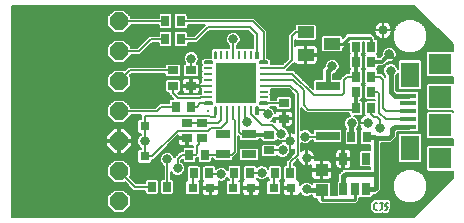
<source format=gtl>
G75*
G70*
%OFA0B0*%
%FSLAX24Y24*%
%IPPOS*%
%LPD*%
%AMOC8*
5,1,8,0,0,1.08239X$1,22.5*
%
%ADD10R,0.0276X0.0354*%
%ADD11R,0.0354X0.0276*%
%ADD12R,0.0551X0.0394*%
%ADD13R,0.0315X0.0315*%
%ADD14C,0.0055*%
%ADD15R,0.0110X0.0276*%
%ADD16R,0.0276X0.0110*%
%ADD17R,0.1378X0.1378*%
%ADD18R,0.0098X0.0098*%
%ADD19R,0.0500X0.0250*%
%ADD20R,0.0433X0.0394*%
%ADD21R,0.0272X0.0390*%
%ADD22OC8,0.0594*%
%ADD23R,0.0531X0.0157*%
%ADD24R,0.0630X0.0827*%
%ADD25R,0.0748X0.0709*%
%ADD26R,0.0748X0.0748*%
%ADD27R,0.0787X0.0315*%
%ADD28C,0.0120*%
%ADD29C,0.0060*%
%ADD30C,0.0320*%
%ADD31C,0.0160*%
%ADD32C,0.0100*%
D10*
X005124Y002025D03*
X005636Y002025D03*
X006524Y002475D03*
X007036Y002475D03*
X007874Y002500D03*
X008386Y002500D03*
X009224Y002500D03*
X009736Y002500D03*
X011774Y003700D03*
X012286Y003700D03*
X012436Y004650D03*
X011924Y004650D03*
X011924Y005200D03*
X012436Y005200D03*
X012436Y005700D03*
X011924Y005700D03*
X011924Y006200D03*
X012436Y006200D03*
X012436Y006700D03*
X011924Y006700D03*
X006436Y004700D03*
X005924Y004700D03*
X006374Y003100D03*
X006886Y003100D03*
X006086Y006950D03*
X005574Y006950D03*
X005574Y007550D03*
X006086Y007550D03*
D11*
X005830Y005906D03*
X006430Y005906D03*
X006430Y005394D03*
X005830Y005394D03*
X006305Y004156D03*
X006780Y004156D03*
X006780Y003644D03*
X006305Y003644D03*
X009030Y003756D03*
X009030Y003244D03*
X009520Y004304D03*
X009520Y004816D03*
D12*
X010247Y006426D03*
X011113Y006800D03*
X010247Y007174D03*
D13*
X004880Y004050D03*
X004880Y003050D03*
X006485Y002000D03*
X007075Y002000D03*
X007835Y002000D03*
X008425Y002000D03*
X009185Y002000D03*
X009775Y002000D03*
D14*
X008647Y004464D02*
X008647Y004686D01*
X008647Y004464D02*
X008591Y004464D01*
X008591Y004686D01*
X008647Y004686D01*
X008647Y004518D02*
X008591Y004518D01*
X008591Y004572D02*
X008647Y004572D01*
X008647Y004626D02*
X008591Y004626D01*
X008591Y004680D02*
X008647Y004680D01*
X008966Y004783D02*
X008966Y004839D01*
X008966Y004783D02*
X008744Y004783D01*
X008744Y004839D01*
X008966Y004839D01*
X008966Y004837D02*
X008744Y004837D01*
X007269Y004686D02*
X007269Y004464D01*
X007213Y004464D01*
X007213Y004686D01*
X007269Y004686D01*
X007269Y004518D02*
X007213Y004518D01*
X007213Y004572D02*
X007269Y004572D01*
X007269Y004626D02*
X007213Y004626D01*
X007213Y004680D02*
X007269Y004680D01*
X007116Y004783D02*
X007116Y004839D01*
X007116Y004783D02*
X006894Y004783D01*
X006894Y004839D01*
X007116Y004839D01*
X007116Y004837D02*
X006894Y004837D01*
X007116Y006161D02*
X007116Y006217D01*
X007116Y006161D02*
X006894Y006161D01*
X006894Y006217D01*
X007116Y006217D01*
X007116Y006215D02*
X006894Y006215D01*
X007269Y006314D02*
X007269Y006536D01*
X007269Y006314D02*
X007213Y006314D01*
X007213Y006536D01*
X007269Y006536D01*
X007269Y006368D02*
X007213Y006368D01*
X007213Y006422D02*
X007269Y006422D01*
X007269Y006476D02*
X007213Y006476D01*
X007213Y006530D02*
X007269Y006530D01*
X008647Y006536D02*
X008647Y006314D01*
X008591Y006314D01*
X008591Y006536D01*
X008647Y006536D01*
X008647Y006368D02*
X008591Y006368D01*
X008591Y006422D02*
X008647Y006422D01*
X008647Y006476D02*
X008591Y006476D01*
X008591Y006530D02*
X008647Y006530D01*
X008966Y006217D02*
X008966Y006161D01*
X008744Y006161D01*
X008744Y006217D01*
X008966Y006217D01*
X008966Y006215D02*
X008744Y006215D01*
D15*
X008422Y006425D03*
X008225Y006425D03*
X008028Y006425D03*
X007832Y006425D03*
X007635Y006425D03*
X007438Y006425D03*
X007438Y004575D03*
X007635Y004575D03*
X007832Y004575D03*
X008028Y004575D03*
X008225Y004575D03*
X008422Y004575D03*
D16*
X008855Y005008D03*
X008855Y005205D03*
X008855Y005402D03*
X008855Y005598D03*
X008855Y005795D03*
X008855Y005992D03*
X007005Y005992D03*
X007005Y005795D03*
X007005Y005598D03*
X007005Y005402D03*
X007005Y005205D03*
X007005Y005008D03*
D17*
X007930Y005500D03*
D18*
X006979Y004549D03*
D19*
X007500Y003780D03*
X008360Y003780D03*
X008360Y003120D03*
X007500Y003120D03*
D20*
X010780Y002585D03*
X010780Y001915D03*
D21*
X011506Y001942D03*
X011880Y001942D03*
X012254Y001942D03*
X012254Y002962D03*
X011506Y002962D03*
D22*
X004030Y002550D03*
X004030Y003550D03*
X004030Y004550D03*
X004030Y005550D03*
X004030Y006550D03*
X004030Y007550D03*
X004030Y001550D03*
D23*
X013677Y004038D03*
X013677Y004294D03*
X013677Y004550D03*
X013677Y004806D03*
X013677Y005062D03*
D24*
X013726Y005770D03*
X013726Y003330D03*
D25*
X014730Y002975D03*
X014730Y006125D03*
D26*
X014730Y005022D03*
X014730Y004078D03*
D27*
X010980Y003723D03*
X010980Y005377D03*
D28*
X011924Y005200D02*
X011924Y004650D01*
X011924Y005700D02*
X011924Y006200D01*
X011924Y006700D01*
X012436Y006200D02*
X012780Y006200D01*
X013030Y006450D01*
X009030Y003756D02*
X008384Y003756D01*
X008360Y003780D01*
D29*
X013855Y001030D02*
X000460Y001030D01*
X000460Y008070D01*
X013855Y008070D01*
X015150Y006775D01*
X015150Y006560D01*
X015141Y006569D01*
X014319Y006569D01*
X014266Y006516D01*
X014266Y005733D01*
X014319Y005680D01*
X015141Y005680D01*
X015150Y005689D01*
X015150Y005478D01*
X015141Y005486D01*
X014319Y005486D01*
X014266Y005434D01*
X014266Y004611D01*
X014319Y004558D01*
X015141Y004558D01*
X015150Y004567D01*
X015150Y004533D01*
X015141Y004542D01*
X014319Y004542D01*
X014266Y004489D01*
X014266Y003666D01*
X014319Y003614D01*
X015141Y003614D01*
X015150Y003622D01*
X015150Y003411D01*
X015141Y003420D01*
X014319Y003420D01*
X014266Y003367D01*
X014266Y002584D01*
X014319Y002531D01*
X015141Y002531D01*
X015150Y002540D01*
X015150Y002325D01*
X013855Y001030D01*
X013865Y001040D02*
X000460Y001040D01*
X000460Y001098D02*
X013924Y001098D01*
X013982Y001157D02*
X013018Y001157D01*
X013015Y001152D02*
X013029Y001179D01*
X013050Y001200D01*
X013050Y001222D01*
X013110Y001341D01*
X013080Y001430D01*
X013100Y001450D01*
X013100Y001550D01*
X013030Y001620D01*
X012958Y001620D01*
X012939Y001630D01*
X012911Y001620D01*
X012880Y001620D01*
X012880Y001620D01*
X012880Y001620D01*
X012680Y001620D01*
X012680Y001620D01*
X012530Y001620D01*
X012460Y001550D01*
X012460Y001550D01*
X012410Y001500D01*
X012410Y001250D01*
X012460Y001200D01*
X012530Y001130D01*
X012680Y001130D01*
X012780Y001130D01*
X012805Y001155D01*
X012830Y001130D01*
X012902Y001130D01*
X012921Y001120D01*
X012949Y001130D01*
X012980Y001130D01*
X012995Y001145D01*
X013015Y001152D01*
X013050Y001215D02*
X014041Y001215D01*
X014099Y001274D02*
X013076Y001274D01*
X013105Y001332D02*
X014158Y001332D01*
X014216Y001391D02*
X013093Y001391D01*
X013099Y001449D02*
X014275Y001449D01*
X014333Y001508D02*
X013921Y001508D01*
X013844Y001476D02*
X014055Y001564D01*
X014216Y001725D01*
X014304Y001936D01*
X014304Y002164D01*
X014216Y002375D01*
X014055Y002536D01*
X013844Y002624D01*
X013616Y002624D01*
X013405Y002536D01*
X013244Y002375D01*
X013156Y002164D01*
X013156Y001936D01*
X013244Y001725D01*
X013405Y001564D01*
X013616Y001476D01*
X013844Y001476D01*
X014058Y001566D02*
X014392Y001566D01*
X014450Y001625D02*
X014116Y001625D01*
X014175Y001683D02*
X014509Y001683D01*
X014567Y001742D02*
X014223Y001742D01*
X014248Y001800D02*
X014626Y001800D01*
X014684Y001859D02*
X014272Y001859D01*
X014296Y001917D02*
X014743Y001917D01*
X014801Y001976D02*
X014304Y001976D01*
X014304Y002034D02*
X014860Y002034D01*
X014918Y002093D02*
X014304Y002093D01*
X014304Y002151D02*
X014977Y002151D01*
X015035Y002210D02*
X014285Y002210D01*
X014260Y002268D02*
X015094Y002268D01*
X015150Y002327D02*
X014236Y002327D01*
X014206Y002385D02*
X015150Y002385D01*
X015150Y002444D02*
X014147Y002444D01*
X014089Y002502D02*
X015150Y002502D01*
X014289Y002561D02*
X013996Y002561D01*
X013854Y002619D02*
X014266Y002619D01*
X014266Y002678D02*
X012750Y002678D01*
X012750Y002736D02*
X014266Y002736D01*
X014266Y002795D02*
X012750Y002795D01*
X012750Y002853D02*
X013346Y002853D01*
X013321Y002879D02*
X013374Y002826D01*
X014078Y002826D01*
X014131Y002879D01*
X014131Y003780D01*
X014078Y003833D01*
X013374Y003833D01*
X013321Y003780D01*
X013321Y002879D01*
X013321Y002912D02*
X012750Y002912D01*
X012750Y002970D02*
X013321Y002970D01*
X013321Y003029D02*
X012750Y003029D01*
X012750Y003087D02*
X013321Y003087D01*
X013321Y003146D02*
X012750Y003146D01*
X012750Y003204D02*
X013321Y003204D01*
X013321Y003263D02*
X012750Y003263D01*
X012750Y003321D02*
X013321Y003321D01*
X013321Y003380D02*
X012750Y003380D01*
X012750Y003438D02*
X013321Y003438D01*
X013321Y003497D02*
X013117Y003497D01*
X013100Y003480D02*
X013200Y003580D01*
X013300Y003680D01*
X013300Y003868D01*
X013747Y003868D01*
X013749Y003869D01*
X013980Y003869D01*
X014033Y003922D01*
X014033Y004154D01*
X014021Y004166D01*
X014033Y004178D01*
X014033Y004410D01*
X014021Y004422D01*
X014033Y004434D01*
X014033Y004666D01*
X014021Y004678D01*
X014033Y004690D01*
X014033Y004922D01*
X014021Y004934D01*
X014033Y004946D01*
X014033Y005178D01*
X013980Y005231D01*
X013749Y005231D01*
X013747Y005232D01*
X013289Y005232D01*
X013250Y005270D01*
X013250Y005716D01*
X013292Y005758D01*
X013321Y005829D01*
X013321Y005320D01*
X013374Y005267D01*
X014078Y005267D01*
X014131Y005320D01*
X014131Y006221D01*
X014078Y006274D01*
X013374Y006274D01*
X013321Y006221D01*
X013321Y005971D01*
X013292Y006042D01*
X013222Y006112D01*
X013130Y006150D01*
X013030Y006150D01*
X012938Y006112D01*
X012868Y006042D01*
X012830Y005950D01*
X012830Y005850D01*
X012868Y005758D01*
X012910Y005716D01*
X012910Y005690D01*
X012880Y005720D01*
X012780Y005820D01*
X012664Y005820D01*
X012664Y005914D01*
X012628Y005950D01*
X012664Y005986D01*
X012664Y006050D01*
X012842Y006050D01*
X012930Y006138D01*
X012992Y006200D01*
X013080Y006200D01*
X013172Y006238D01*
X013242Y006308D01*
X013280Y006400D01*
X013280Y006500D01*
X013242Y006592D01*
X013172Y006662D01*
X013080Y006700D01*
X012980Y006700D01*
X012888Y006662D01*
X012818Y006592D01*
X012780Y006500D01*
X012780Y006412D01*
X012718Y006350D01*
X012664Y006350D01*
X012664Y006414D01*
X012628Y006450D01*
X012664Y006486D01*
X012664Y006914D01*
X012611Y006967D01*
X012576Y006967D01*
X012576Y007002D01*
X012520Y007058D01*
X012438Y007140D01*
X011622Y007140D01*
X011479Y006997D01*
X011479Y007034D01*
X011426Y007087D01*
X010800Y007087D01*
X010747Y007034D01*
X010747Y006566D01*
X010800Y006513D01*
X011426Y006513D01*
X011479Y006566D01*
X011479Y006660D01*
X011538Y006660D01*
X011620Y006742D01*
X011696Y006818D01*
X011696Y006486D01*
X011732Y006450D01*
X011696Y006414D01*
X011696Y005986D01*
X011732Y005950D01*
X011696Y005914D01*
X011696Y005820D01*
X011580Y005820D01*
X011410Y005650D01*
X011410Y005624D01*
X011150Y005624D01*
X011150Y005800D01*
X011180Y005800D01*
X011272Y005838D01*
X011342Y005908D01*
X011380Y006000D01*
X011380Y006100D01*
X011342Y006192D01*
X011272Y006262D01*
X011180Y006300D01*
X011080Y006300D01*
X010988Y006262D01*
X010918Y006192D01*
X010880Y006100D01*
X010880Y006040D01*
X010810Y005970D01*
X010810Y005624D01*
X010549Y005624D01*
X010496Y005572D01*
X010496Y005278D01*
X009859Y005915D01*
X009615Y005915D01*
X009830Y006130D01*
X009861Y006161D01*
X009867Y006149D01*
X009892Y006125D01*
X009921Y006108D01*
X009954Y006099D01*
X010217Y006099D01*
X010217Y006396D01*
X010277Y006396D01*
X010277Y006456D01*
X010653Y006456D01*
X010653Y006640D01*
X010644Y006673D01*
X010627Y006703D01*
X010602Y006727D01*
X010573Y006744D01*
X010540Y006753D01*
X010277Y006753D01*
X010277Y006456D01*
X010217Y006456D01*
X010217Y006753D01*
X009954Y006753D01*
X009921Y006744D01*
X009900Y006732D01*
X009900Y006921D01*
X009934Y006887D01*
X010560Y006887D01*
X010613Y006940D01*
X010613Y007408D01*
X010560Y007461D01*
X009934Y007461D01*
X009881Y007408D01*
X009881Y007294D01*
X009854Y007294D01*
X009784Y007224D01*
X009784Y007224D01*
X009760Y007200D01*
X009760Y007200D01*
X009730Y007170D01*
X009660Y007100D01*
X009660Y006300D01*
X009472Y006112D01*
X009082Y006112D01*
X009083Y006113D01*
X009083Y006265D01*
X009014Y006334D01*
X008975Y006334D01*
X008975Y007225D01*
X008600Y007600D01*
X008530Y007670D01*
X006314Y007670D01*
X006314Y007764D01*
X006261Y007817D01*
X005911Y007817D01*
X005858Y007764D01*
X005858Y007336D01*
X005911Y007283D01*
X006261Y007283D01*
X006314Y007336D01*
X006314Y007430D01*
X006890Y007430D01*
X006530Y007070D01*
X006314Y007070D01*
X006314Y007164D01*
X006261Y007217D01*
X005911Y007217D01*
X005858Y007164D01*
X005858Y006736D01*
X005911Y006683D01*
X006261Y006683D01*
X006314Y006736D01*
X006314Y006830D01*
X006630Y006830D01*
X006700Y006900D01*
X007030Y007230D01*
X008330Y007230D01*
X008499Y007061D01*
X008499Y006653D01*
X008330Y006653D01*
X008324Y006647D01*
X008318Y006653D01*
X008133Y006653D01*
X008127Y006647D01*
X008121Y006653D01*
X007950Y006653D01*
X007950Y006729D01*
X007972Y006738D01*
X008042Y006808D01*
X008080Y006900D01*
X008080Y007000D01*
X008042Y007092D01*
X007972Y007162D01*
X007880Y007200D01*
X007780Y007200D01*
X007688Y007162D01*
X007618Y007092D01*
X007580Y007000D01*
X007580Y006900D01*
X007618Y006808D01*
X007688Y006738D01*
X007710Y006729D01*
X007710Y006653D01*
X007542Y006653D01*
X007536Y006647D01*
X007530Y006653D01*
X007345Y006653D01*
X007331Y006639D01*
X007317Y006653D01*
X007165Y006653D01*
X007096Y006584D01*
X007096Y006334D01*
X006846Y006334D01*
X006777Y006265D01*
X006777Y006113D01*
X006791Y006099D01*
X006777Y006085D01*
X006777Y005900D01*
X006783Y005894D01*
X006777Y005888D01*
X006777Y005703D01*
X006783Y005697D01*
X006777Y005691D01*
X006777Y005551D01*
X006763Y005537D01*
X006746Y005507D01*
X006737Y005474D01*
X006737Y005549D01*
X006728Y005582D01*
X006711Y005612D01*
X006687Y005636D01*
X006657Y005653D01*
X006624Y005662D01*
X006460Y005662D01*
X006460Y005424D01*
X006737Y005424D01*
X006737Y005402D01*
X007005Y005402D01*
X007005Y005402D01*
X006737Y005402D01*
X006737Y005364D01*
X006460Y005364D01*
X006460Y005126D01*
X006624Y005126D01*
X006657Y005135D01*
X006777Y005135D01*
X006777Y005128D02*
X006672Y005128D01*
X006665Y005120D01*
X006030Y005120D01*
X005983Y005166D01*
X006044Y005166D01*
X006097Y005219D01*
X006097Y005569D01*
X006044Y005622D01*
X005616Y005622D01*
X005563Y005569D01*
X005563Y005219D01*
X005616Y005166D01*
X005710Y005166D01*
X005710Y005100D01*
X005780Y005030D01*
X005780Y005030D01*
X005843Y004967D01*
X005749Y004967D01*
X005696Y004914D01*
X005696Y004820D01*
X005380Y004820D01*
X005230Y004670D01*
X004417Y004670D01*
X004417Y004710D01*
X004190Y004937D01*
X003870Y004937D01*
X003643Y004710D01*
X003643Y004390D01*
X003870Y004163D01*
X004190Y004163D01*
X004417Y004390D01*
X004417Y004430D01*
X004760Y004430D01*
X004760Y004297D01*
X004685Y004297D01*
X004633Y004245D01*
X004633Y003855D01*
X004685Y003803D01*
X004760Y003803D01*
X004760Y003771D01*
X004738Y003762D01*
X004668Y003692D01*
X004630Y003600D01*
X004630Y003500D01*
X004668Y003408D01*
X004738Y003338D01*
X004760Y003329D01*
X004760Y003297D01*
X004685Y003297D01*
X004633Y003245D01*
X004633Y002855D01*
X004685Y002803D01*
X005075Y002803D01*
X005127Y002855D01*
X005127Y002930D01*
X005180Y002930D01*
X005998Y003748D01*
X005998Y003674D01*
X006275Y003674D01*
X006275Y003614D01*
X006335Y003614D01*
X006335Y003376D01*
X006499Y003376D01*
X006510Y003379D01*
X006510Y003367D01*
X006199Y003367D01*
X006146Y003314D01*
X006146Y003220D01*
X006080Y003220D01*
X006010Y003150D01*
X005874Y003014D01*
X005842Y003092D01*
X005772Y003162D01*
X005680Y003200D01*
X005580Y003200D01*
X005488Y003162D01*
X005418Y003092D01*
X005380Y003000D01*
X005380Y002900D01*
X005418Y002808D01*
X005488Y002738D01*
X005516Y002727D01*
X005516Y002292D01*
X005461Y002292D01*
X005408Y002239D01*
X005408Y001811D01*
X005461Y001758D01*
X005811Y001758D01*
X005864Y001811D01*
X005864Y002239D01*
X005811Y002292D01*
X005756Y002292D01*
X005756Y002538D01*
X005768Y002508D01*
X005838Y002438D01*
X005930Y002400D01*
X006030Y002400D01*
X006122Y002438D01*
X006192Y002508D01*
X006230Y002600D01*
X006230Y002700D01*
X006192Y002792D01*
X006122Y002862D01*
X006100Y002871D01*
X006100Y002900D01*
X006146Y002947D01*
X006146Y002886D01*
X006199Y002833D01*
X006549Y002833D01*
X006602Y002886D01*
X006602Y002980D01*
X006630Y002980D01*
X006658Y003008D01*
X006658Y002886D01*
X006711Y002833D01*
X007061Y002833D01*
X007114Y002886D01*
X007114Y002980D01*
X007160Y002980D01*
X007160Y002958D01*
X007213Y002905D01*
X007787Y002905D01*
X007840Y002958D01*
X007840Y002990D01*
X007900Y003050D01*
X007931Y003082D01*
X007931Y003082D01*
X007967Y003117D01*
X008002Y003152D01*
X008002Y003202D01*
X008002Y003251D01*
X008001Y003251D01*
X008001Y003709D01*
X008020Y003690D01*
X008020Y003618D01*
X008073Y003565D01*
X008647Y003565D01*
X008688Y003606D01*
X008763Y003606D01*
X008763Y003581D01*
X008816Y003528D01*
X009244Y003528D01*
X009297Y003581D01*
X009297Y003584D01*
X009380Y003550D01*
X009480Y003550D01*
X009504Y003560D01*
X009720Y003560D01*
X009720Y003840D01*
X009701Y003840D01*
X009680Y003836D01*
X009680Y003850D01*
X009642Y003942D01*
X009572Y004012D01*
X009490Y004046D01*
X009490Y004274D01*
X009550Y004274D01*
X009550Y004036D01*
X009714Y004036D01*
X009747Y004045D01*
X009777Y004062D01*
X009801Y004086D01*
X009818Y004116D01*
X009827Y004149D01*
X009827Y004274D01*
X009550Y004274D01*
X009550Y004334D01*
X009827Y004334D01*
X009827Y004459D01*
X009818Y004492D01*
X009801Y004522D01*
X009777Y004546D01*
X009747Y004563D01*
X009714Y004572D01*
X009550Y004572D01*
X009550Y004334D01*
X009490Y004334D01*
X009490Y004274D01*
X009213Y004274D01*
X009213Y004187D01*
X009180Y004220D01*
X009078Y004220D01*
X009122Y004238D01*
X009192Y004308D01*
X009213Y004359D01*
X009213Y004334D01*
X009490Y004334D01*
X009490Y004572D01*
X009326Y004572D01*
X009293Y004563D01*
X009263Y004546D01*
X009239Y004522D01*
X009228Y004504D01*
X009192Y004592D01*
X009122Y004662D01*
X009051Y004691D01*
X009253Y004691D01*
X009253Y004641D01*
X009306Y004588D01*
X009734Y004588D01*
X009787Y004641D01*
X009787Y004991D01*
X009734Y005044D01*
X009306Y005044D01*
X009253Y004991D01*
X009253Y004931D01*
X009083Y004931D01*
X009083Y005100D01*
X009077Y005106D01*
X009083Y005112D01*
X009083Y005282D01*
X009679Y005282D01*
X009860Y005100D01*
X009860Y003810D01*
X009815Y003829D01*
X009759Y003840D01*
X009740Y003840D01*
X009740Y003560D01*
X009720Y003560D01*
X009720Y003540D01*
X009740Y003540D01*
X009740Y003260D01*
X009759Y003260D01*
X009815Y003271D01*
X009860Y003290D01*
X009860Y003150D01*
X009680Y002970D01*
X009610Y002900D01*
X009610Y002767D01*
X009561Y002767D01*
X009508Y002714D01*
X009508Y002286D01*
X009535Y002259D01*
X009514Y002237D01*
X009497Y002208D01*
X009488Y002175D01*
X009488Y002030D01*
X009745Y002030D01*
X009745Y001970D01*
X009488Y001970D01*
X009488Y001825D01*
X009497Y001792D01*
X009514Y001763D01*
X009538Y001738D01*
X009568Y001721D01*
X009601Y001713D01*
X009745Y001713D01*
X009745Y001970D01*
X009805Y001970D01*
X009805Y001713D01*
X009950Y001713D01*
X009983Y001721D01*
X010013Y001738D01*
X010037Y001763D01*
X010054Y001792D01*
X010062Y001823D01*
X010068Y001808D01*
X010138Y001738D01*
X010230Y001700D01*
X010330Y001700D01*
X010422Y001738D01*
X010429Y001745D01*
X010473Y001745D01*
X010473Y001681D01*
X010526Y001629D01*
X010640Y001629D01*
X010640Y001542D01*
X010722Y001460D01*
X011938Y001460D01*
X012020Y001542D01*
X012020Y001657D01*
X012053Y001657D01*
X012067Y001671D01*
X012081Y001657D01*
X012427Y001657D01*
X012480Y001710D01*
X012480Y001772D01*
X012593Y001772D01*
X012650Y001830D01*
X012750Y001930D01*
X012750Y003480D01*
X013100Y003480D01*
X013176Y003555D02*
X013321Y003555D01*
X013321Y003614D02*
X013234Y003614D01*
X013293Y003672D02*
X013321Y003672D01*
X013321Y003731D02*
X013300Y003731D01*
X013300Y003789D02*
X013330Y003789D01*
X013300Y003848D02*
X014266Y003848D01*
X014266Y003906D02*
X014017Y003906D01*
X014033Y003965D02*
X014266Y003965D01*
X014266Y004023D02*
X014033Y004023D01*
X014033Y004082D02*
X014266Y004082D01*
X014266Y004140D02*
X014033Y004140D01*
X014033Y004199D02*
X014266Y004199D01*
X014266Y004257D02*
X014033Y004257D01*
X014033Y004316D02*
X014266Y004316D01*
X014266Y004374D02*
X014033Y004374D01*
X014032Y004433D02*
X014266Y004433D01*
X014269Y004491D02*
X014033Y004491D01*
X014033Y004550D02*
X015150Y004550D01*
X014269Y004609D02*
X014033Y004609D01*
X014032Y004667D02*
X014266Y004667D01*
X014266Y004726D02*
X014033Y004726D01*
X014033Y004784D02*
X014266Y004784D01*
X014266Y004843D02*
X014033Y004843D01*
X014033Y004901D02*
X014266Y004901D01*
X014266Y004960D02*
X014033Y004960D01*
X014033Y005018D02*
X014266Y005018D01*
X014266Y005077D02*
X014033Y005077D01*
X014033Y005135D02*
X014266Y005135D01*
X014266Y005194D02*
X014017Y005194D01*
X014122Y005311D02*
X014266Y005311D01*
X014266Y005369D02*
X014131Y005369D01*
X014131Y005428D02*
X014266Y005428D01*
X014318Y005486D02*
X014131Y005486D01*
X014131Y005545D02*
X015150Y005545D01*
X015150Y005603D02*
X014131Y005603D01*
X014131Y005662D02*
X015150Y005662D01*
X015142Y005486D02*
X015150Y005486D01*
X014279Y005720D02*
X014131Y005720D01*
X014131Y005779D02*
X014266Y005779D01*
X014266Y005837D02*
X014131Y005837D01*
X014131Y005896D02*
X014266Y005896D01*
X014266Y005954D02*
X014131Y005954D01*
X014131Y006013D02*
X014266Y006013D01*
X014266Y006071D02*
X014131Y006071D01*
X014131Y006130D02*
X014266Y006130D01*
X014266Y006188D02*
X014131Y006188D01*
X014106Y006247D02*
X014266Y006247D01*
X014266Y006305D02*
X013239Y006305D01*
X013265Y006364D02*
X014266Y006364D01*
X014266Y006422D02*
X013280Y006422D01*
X013280Y006481D02*
X013606Y006481D01*
X013616Y006476D02*
X013405Y006564D01*
X013244Y006725D01*
X013156Y006936D01*
X013156Y007164D01*
X013244Y007375D01*
X013405Y007536D01*
X013616Y007624D01*
X013844Y007624D01*
X014055Y007536D01*
X014216Y007375D01*
X014304Y007164D01*
X014304Y006936D01*
X014216Y006725D01*
X014055Y006564D01*
X013844Y006476D01*
X013616Y006476D01*
X013464Y006539D02*
X013264Y006539D01*
X013236Y006598D02*
X013371Y006598D01*
X013313Y006656D02*
X013178Y006656D01*
X013254Y006715D02*
X012664Y006715D01*
X012664Y006773D02*
X013224Y006773D01*
X013200Y006832D02*
X012664Y006832D01*
X012664Y006890D02*
X013175Y006890D01*
X013156Y006949D02*
X012630Y006949D01*
X012672Y007007D02*
X012571Y007007D01*
X012605Y007065D02*
X012645Y007025D01*
X012693Y006993D01*
X012745Y006971D01*
X012801Y006960D01*
X012820Y006960D01*
X012820Y007240D01*
X012840Y007240D01*
X012840Y007260D01*
X013120Y007260D01*
X013120Y007279D01*
X013109Y007335D01*
X013087Y007387D01*
X013055Y007435D01*
X013015Y007475D01*
X013344Y007475D01*
X013402Y007534D02*
X012891Y007534D01*
X012915Y007529D02*
X012859Y007540D01*
X012840Y007540D01*
X012840Y007260D01*
X012820Y007260D01*
X012820Y007540D01*
X012801Y007540D01*
X012745Y007529D01*
X012693Y007507D01*
X012645Y007475D01*
X008725Y007475D01*
X008783Y007417D02*
X009890Y007417D01*
X009881Y007358D02*
X008842Y007358D01*
X008900Y007300D02*
X009881Y007300D01*
X009801Y007241D02*
X008959Y007241D01*
X008975Y007183D02*
X009743Y007183D01*
X009730Y007170D02*
X009730Y007170D01*
X009684Y007124D02*
X008975Y007124D01*
X008975Y007066D02*
X009660Y007066D01*
X009660Y007007D02*
X008975Y007007D01*
X008975Y006949D02*
X009660Y006949D01*
X009660Y006890D02*
X008975Y006890D01*
X008975Y006832D02*
X009660Y006832D01*
X009660Y006773D02*
X008975Y006773D01*
X008975Y006715D02*
X009660Y006715D01*
X009660Y006656D02*
X008975Y006656D01*
X008975Y006598D02*
X009660Y006598D01*
X009660Y006539D02*
X008975Y006539D01*
X008975Y006481D02*
X009660Y006481D01*
X009660Y006422D02*
X008975Y006422D01*
X008975Y006364D02*
X009660Y006364D01*
X009660Y006305D02*
X009043Y006305D01*
X009083Y006247D02*
X009607Y006247D01*
X009548Y006188D02*
X009083Y006188D01*
X009083Y006130D02*
X009490Y006130D01*
X009522Y005992D02*
X009780Y006250D01*
X009780Y007050D01*
X009880Y007150D01*
X009904Y007174D01*
X010247Y007174D01*
X010613Y007183D02*
X012548Y007183D01*
X012551Y007165D02*
X012573Y007113D01*
X012605Y007065D01*
X012604Y007066D02*
X012512Y007066D01*
X012568Y007124D02*
X012454Y007124D01*
X012551Y007165D02*
X012540Y007221D01*
X012540Y007240D01*
X012820Y007240D01*
X012820Y007260D01*
X012540Y007260D01*
X012540Y007279D01*
X012551Y007335D01*
X012573Y007387D01*
X012605Y007435D01*
X012645Y007475D01*
X012592Y007417D02*
X010604Y007417D01*
X010613Y007358D02*
X012561Y007358D01*
X012544Y007300D02*
X010613Y007300D01*
X010613Y007241D02*
X012820Y007241D01*
X012840Y007241D02*
X013188Y007241D01*
X013164Y007183D02*
X013112Y007183D01*
X013109Y007165D02*
X013120Y007221D01*
X013120Y007240D01*
X012840Y007240D01*
X012840Y006960D01*
X012859Y006960D01*
X012915Y006971D01*
X012967Y006993D01*
X013015Y007025D01*
X013055Y007065D01*
X013087Y007113D01*
X013109Y007165D01*
X013092Y007124D02*
X013156Y007124D01*
X013156Y007066D02*
X013056Y007066D01*
X012988Y007007D02*
X013156Y007007D01*
X012840Y007007D02*
X012820Y007007D01*
X012820Y007066D02*
X012840Y007066D01*
X012840Y007124D02*
X012820Y007124D01*
X012820Y007183D02*
X012840Y007183D01*
X012840Y007300D02*
X012820Y007300D01*
X012820Y007358D02*
X012840Y007358D01*
X012840Y007417D02*
X012820Y007417D01*
X012820Y007475D02*
X012840Y007475D01*
X012840Y007534D02*
X012820Y007534D01*
X012769Y007534D02*
X008666Y007534D01*
X008608Y007592D02*
X013539Y007592D01*
X013285Y007417D02*
X013068Y007417D01*
X013099Y007358D02*
X013237Y007358D01*
X013212Y007300D02*
X013116Y007300D01*
X013015Y007475D02*
X012967Y007507D01*
X012915Y007529D01*
X012208Y006860D02*
X012208Y006486D01*
X012244Y006450D01*
X012208Y006414D01*
X012208Y005986D01*
X012244Y005950D01*
X012208Y005914D01*
X012208Y005486D01*
X012152Y005486D01*
X012152Y005914D01*
X012116Y005950D01*
X012152Y005986D01*
X012152Y006414D01*
X012116Y006450D01*
X012152Y006486D01*
X012152Y006860D01*
X012208Y006860D01*
X012208Y006832D02*
X012152Y006832D01*
X012152Y006773D02*
X012208Y006773D01*
X012208Y006715D02*
X012152Y006715D01*
X012152Y006656D02*
X012208Y006656D01*
X012208Y006598D02*
X012152Y006598D01*
X012152Y006539D02*
X012208Y006539D01*
X012213Y006481D02*
X012147Y006481D01*
X012144Y006422D02*
X012216Y006422D01*
X012208Y006364D02*
X012152Y006364D01*
X012152Y006305D02*
X012208Y006305D01*
X012208Y006247D02*
X012152Y006247D01*
X012152Y006188D02*
X012208Y006188D01*
X012208Y006130D02*
X012152Y006130D01*
X012152Y006071D02*
X012208Y006071D01*
X012208Y006013D02*
X012152Y006013D01*
X012120Y005954D02*
X012240Y005954D01*
X012208Y005896D02*
X012152Y005896D01*
X012152Y005837D02*
X012208Y005837D01*
X012208Y005779D02*
X012152Y005779D01*
X012152Y005720D02*
X012208Y005720D01*
X012208Y005662D02*
X012152Y005662D01*
X012152Y005603D02*
X012208Y005603D01*
X012208Y005545D02*
X012152Y005545D01*
X012152Y005486D02*
X012116Y005450D01*
X012152Y005414D01*
X012152Y004986D01*
X012099Y004933D01*
X012074Y004933D01*
X012074Y004917D01*
X012099Y004917D01*
X012152Y004864D01*
X012152Y004436D01*
X012099Y004383D01*
X011871Y004383D01*
X011922Y004362D01*
X011992Y004292D01*
X012030Y004200D01*
X012030Y004100D01*
X011992Y004008D01*
X011950Y003966D01*
X012002Y003914D01*
X012002Y003486D01*
X011949Y003433D01*
X011599Y003433D01*
X011546Y003486D01*
X011546Y003914D01*
X011599Y003967D01*
X011604Y003967D01*
X011604Y003972D01*
X011568Y004008D01*
X011530Y004100D01*
X011530Y004200D01*
X011568Y004292D01*
X011638Y004362D01*
X011730Y004400D01*
X011732Y004400D01*
X011696Y004436D01*
X011696Y004480D01*
X010280Y004480D01*
X010210Y004550D01*
X010100Y004550D01*
X010100Y004491D02*
X010269Y004491D01*
X010210Y004550D02*
X010100Y004660D01*
X010100Y003917D01*
X010180Y003950D01*
X010280Y003950D01*
X010372Y003912D01*
X010442Y003842D01*
X010451Y003820D01*
X010496Y003820D01*
X010496Y003918D01*
X010549Y003971D01*
X011411Y003971D01*
X011464Y003918D01*
X011464Y003528D01*
X011411Y003476D01*
X010549Y003476D01*
X010496Y003528D01*
X010496Y003580D01*
X010451Y003580D01*
X010442Y003558D01*
X010372Y003488D01*
X010280Y003450D01*
X010180Y003450D01*
X010100Y003483D01*
X010100Y003229D01*
X010143Y003257D01*
X010195Y003279D01*
X010251Y003290D01*
X010270Y003290D01*
X010270Y003010D01*
X010290Y003010D01*
X010290Y003290D01*
X010309Y003290D01*
X010365Y003279D01*
X010417Y003257D01*
X010465Y003225D01*
X010505Y003185D01*
X010537Y003137D01*
X010559Y003085D01*
X010570Y003029D01*
X011240Y003029D01*
X011240Y002992D02*
X011476Y002992D01*
X011476Y003287D01*
X011353Y003287D01*
X011320Y003278D01*
X011290Y003261D01*
X011266Y003237D01*
X011249Y003207D01*
X011240Y003174D01*
X011240Y002992D01*
X011240Y002932D02*
X011240Y002750D01*
X011249Y002717D01*
X011266Y002687D01*
X011290Y002663D01*
X011320Y002646D01*
X011353Y002637D01*
X011476Y002637D01*
X011476Y002932D01*
X011240Y002932D01*
X011240Y002912D02*
X010557Y002912D01*
X010557Y002911D02*
X010559Y002915D01*
X010570Y002971D01*
X010570Y002990D01*
X010290Y002990D01*
X010290Y003010D01*
X010570Y003010D01*
X010570Y003029D01*
X010570Y002970D02*
X011476Y002970D01*
X011476Y002992D02*
X011476Y002932D01*
X011536Y002932D01*
X011536Y002992D01*
X011476Y002992D01*
X011476Y003029D02*
X011536Y003029D01*
X011536Y002992D02*
X011536Y003287D01*
X011659Y003287D01*
X011692Y003278D01*
X011722Y003261D01*
X011746Y003237D01*
X011763Y003207D01*
X011772Y003174D01*
X011772Y002992D01*
X011536Y002992D01*
X011536Y002970D02*
X012028Y002970D01*
X012028Y002912D02*
X011772Y002912D01*
X011772Y002932D02*
X011536Y002932D01*
X011536Y002637D01*
X011659Y002637D01*
X011692Y002646D01*
X011722Y002663D01*
X011746Y002687D01*
X011763Y002717D01*
X011772Y002750D01*
X011772Y002932D01*
X011772Y002853D02*
X012028Y002853D01*
X012028Y002795D02*
X011772Y002795D01*
X011768Y002736D02*
X012028Y002736D01*
X012028Y002730D02*
X012081Y002677D01*
X012410Y002677D01*
X012410Y002620D01*
X011510Y002620D01*
X011410Y002520D01*
X011336Y002446D01*
X011336Y002227D01*
X011333Y002227D01*
X011280Y002174D01*
X011280Y001740D01*
X011087Y001740D01*
X011087Y002149D01*
X011034Y002202D01*
X010526Y002202D01*
X010473Y002149D01*
X010473Y002110D01*
X010422Y002162D01*
X010330Y002200D01*
X010230Y002200D01*
X010138Y002162D01*
X010068Y002092D01*
X010063Y002079D01*
X010063Y002175D01*
X010054Y002208D01*
X010037Y002237D01*
X010013Y002262D01*
X009983Y002279D01*
X009962Y002284D01*
X009964Y002286D01*
X009964Y002714D01*
X009911Y002767D01*
X009850Y002767D01*
X009850Y002800D01*
X009995Y002945D01*
X010001Y002915D01*
X010023Y002863D01*
X010055Y002815D01*
X010095Y002775D01*
X010143Y002743D01*
X010195Y002721D01*
X010251Y002710D01*
X010270Y002710D01*
X010270Y002990D01*
X010290Y002990D01*
X010290Y002710D01*
X010309Y002710D01*
X010365Y002721D01*
X010417Y002743D01*
X010433Y002754D01*
X010433Y002615D01*
X010750Y002615D01*
X010750Y002911D01*
X010557Y002911D01*
X010750Y002853D02*
X010810Y002853D01*
X010810Y002795D02*
X010750Y002795D01*
X010750Y002736D02*
X010810Y002736D01*
X010810Y002678D02*
X010750Y002678D01*
X010750Y002619D02*
X010810Y002619D01*
X010810Y002615D02*
X010750Y002615D01*
X010750Y002555D01*
X010433Y002555D01*
X010433Y002371D01*
X010442Y002338D01*
X010459Y002308D01*
X010484Y002284D01*
X010513Y002267D01*
X010546Y002258D01*
X010750Y002258D01*
X010750Y002555D01*
X010810Y002555D01*
X010810Y002615D01*
X010810Y002911D01*
X011014Y002911D01*
X011047Y002903D01*
X011076Y002886D01*
X011101Y002861D01*
X011118Y002832D01*
X011127Y002799D01*
X011127Y002615D01*
X010810Y002615D01*
X010810Y002561D02*
X011451Y002561D01*
X011509Y002619D02*
X011127Y002619D01*
X011127Y002678D02*
X011275Y002678D01*
X011244Y002736D02*
X011127Y002736D01*
X011127Y002795D02*
X011240Y002795D01*
X011240Y002853D02*
X011105Y002853D01*
X011240Y003087D02*
X010558Y003087D01*
X010531Y003146D02*
X011240Y003146D01*
X011248Y003204D02*
X010486Y003204D01*
X010403Y003263D02*
X011294Y003263D01*
X011476Y003263D02*
X011536Y003263D01*
X011536Y003204D02*
X011476Y003204D01*
X011476Y003146D02*
X011536Y003146D01*
X011536Y003087D02*
X011476Y003087D01*
X011772Y003087D02*
X012028Y003087D01*
X012028Y003029D02*
X011772Y003029D01*
X011536Y002912D02*
X011476Y002912D01*
X011476Y002853D02*
X011536Y002853D01*
X011536Y002795D02*
X011476Y002795D01*
X011476Y002736D02*
X011536Y002736D01*
X011536Y002678D02*
X011476Y002678D01*
X011737Y002678D02*
X012080Y002678D01*
X012028Y002730D02*
X012028Y003194D01*
X012081Y003247D01*
X012410Y003247D01*
X012410Y003433D01*
X012111Y003433D01*
X012058Y003486D01*
X012058Y003914D01*
X012107Y003963D01*
X012105Y003965D01*
X011951Y003965D01*
X011998Y004023D02*
X012069Y004023D01*
X012073Y004013D02*
X012105Y003965D01*
X012073Y004013D02*
X012051Y004065D01*
X012040Y004121D01*
X012040Y004140D01*
X012320Y004140D01*
X012320Y004160D01*
X012040Y004160D01*
X012040Y004179D01*
X012051Y004235D01*
X012073Y004287D01*
X012105Y004335D01*
X012145Y004375D01*
X012193Y004407D01*
X012224Y004420D01*
X012208Y004436D01*
X012208Y004864D01*
X012261Y004917D01*
X012560Y004917D01*
X012560Y004933D01*
X012261Y004933D01*
X012208Y004986D01*
X012208Y005414D01*
X012244Y005450D01*
X012208Y005486D01*
X012221Y005428D02*
X012139Y005428D01*
X012152Y005369D02*
X012208Y005369D01*
X012208Y005311D02*
X012152Y005311D01*
X012152Y005252D02*
X012208Y005252D01*
X012208Y005194D02*
X012152Y005194D01*
X012152Y005135D02*
X012208Y005135D01*
X012208Y005077D02*
X012152Y005077D01*
X012152Y005018D02*
X012208Y005018D01*
X012234Y004960D02*
X012126Y004960D01*
X012115Y004901D02*
X012245Y004901D01*
X012208Y004843D02*
X012152Y004843D01*
X012152Y004784D02*
X012208Y004784D01*
X012208Y004726D02*
X012152Y004726D01*
X012152Y004667D02*
X012208Y004667D01*
X012208Y004609D02*
X012152Y004609D01*
X012152Y004550D02*
X012208Y004550D01*
X012208Y004491D02*
X012152Y004491D01*
X012149Y004433D02*
X012211Y004433D01*
X012144Y004374D02*
X011891Y004374D01*
X011968Y004316D02*
X012092Y004316D01*
X012061Y004257D02*
X012006Y004257D01*
X012030Y004199D02*
X012044Y004199D01*
X012030Y004140D02*
X012320Y004140D01*
X012048Y004082D02*
X012022Y004082D01*
X012002Y003906D02*
X012058Y003906D01*
X012058Y003848D02*
X012002Y003848D01*
X012002Y003789D02*
X012058Y003789D01*
X012058Y003731D02*
X012002Y003731D01*
X012002Y003672D02*
X012058Y003672D01*
X012058Y003614D02*
X012002Y003614D01*
X012002Y003555D02*
X012058Y003555D01*
X012058Y003497D02*
X012002Y003497D01*
X011955Y003438D02*
X012105Y003438D01*
X012039Y003204D02*
X011764Y003204D01*
X011772Y003146D02*
X012028Y003146D01*
X011718Y003263D02*
X012410Y003263D01*
X012410Y003321D02*
X010100Y003321D01*
X010100Y003263D02*
X010157Y003263D01*
X010270Y003263D02*
X010290Y003263D01*
X010290Y003204D02*
X010270Y003204D01*
X010270Y003146D02*
X010290Y003146D01*
X010290Y003087D02*
X010270Y003087D01*
X010270Y003029D02*
X010290Y003029D01*
X010290Y002970D02*
X010270Y002970D01*
X010270Y002912D02*
X010290Y002912D01*
X010290Y002853D02*
X010270Y002853D01*
X010270Y002795D02*
X010290Y002795D01*
X010290Y002736D02*
X010270Y002736D01*
X010158Y002736D02*
X009942Y002736D01*
X009964Y002678D02*
X010433Y002678D01*
X010433Y002736D02*
X010402Y002736D01*
X010433Y002619D02*
X009964Y002619D01*
X009964Y002561D02*
X010750Y002561D01*
X010750Y002502D02*
X010810Y002502D01*
X010810Y002555D02*
X010810Y002258D01*
X011014Y002258D01*
X011047Y002267D01*
X011076Y002284D01*
X011101Y002308D01*
X011118Y002338D01*
X011127Y002371D01*
X011127Y002555D01*
X010810Y002555D01*
X010810Y002444D02*
X010750Y002444D01*
X010750Y002385D02*
X010810Y002385D01*
X010810Y002327D02*
X010750Y002327D01*
X010750Y002268D02*
X010810Y002268D01*
X011050Y002268D02*
X011336Y002268D01*
X011336Y002327D02*
X011112Y002327D01*
X011127Y002385D02*
X011336Y002385D01*
X011336Y002444D02*
X011127Y002444D01*
X011127Y002502D02*
X011392Y002502D01*
X011316Y002210D02*
X010053Y002210D01*
X010063Y002151D02*
X010128Y002151D01*
X010069Y002093D02*
X010063Y002093D01*
X009805Y001917D02*
X009745Y001917D01*
X009745Y001859D02*
X009805Y001859D01*
X009805Y001800D02*
X009745Y001800D01*
X009745Y001742D02*
X009805Y001742D01*
X010016Y001742D02*
X010134Y001742D01*
X010076Y001800D02*
X010056Y001800D01*
X009745Y001976D02*
X009432Y001976D01*
X009432Y002034D02*
X009488Y002034D01*
X009488Y002093D02*
X009432Y002093D01*
X009432Y002151D02*
X009488Y002151D01*
X009498Y002210D02*
X009417Y002210D01*
X009432Y002195D02*
X009394Y002233D01*
X009399Y002233D01*
X009452Y002286D01*
X009452Y002714D01*
X009399Y002767D01*
X009049Y002767D01*
X008996Y002714D01*
X008996Y002631D01*
X008992Y002642D01*
X008922Y002712D01*
X008830Y002750D01*
X008730Y002750D01*
X008638Y002712D01*
X008614Y002687D01*
X008614Y002714D01*
X008561Y002767D01*
X008211Y002767D01*
X008158Y002714D01*
X008158Y002286D01*
X008185Y002259D01*
X008164Y002237D01*
X008147Y002208D01*
X008138Y002175D01*
X008138Y002030D01*
X008395Y002030D01*
X008395Y001970D01*
X008138Y001970D01*
X008138Y001825D01*
X008147Y001792D01*
X008164Y001763D01*
X008188Y001738D01*
X008218Y001721D01*
X008251Y001713D01*
X008395Y001713D01*
X008395Y001970D01*
X008455Y001970D01*
X008455Y001713D01*
X008600Y001713D01*
X008633Y001721D01*
X008663Y001738D01*
X008687Y001763D01*
X008704Y001792D01*
X008713Y001825D01*
X008713Y001970D01*
X008455Y001970D01*
X008455Y002030D01*
X008713Y002030D01*
X008713Y002175D01*
X008704Y002208D01*
X008687Y002237D01*
X008663Y002262D01*
X008633Y002279D01*
X008612Y002284D01*
X008614Y002286D01*
X008614Y002313D01*
X008638Y002288D01*
X008730Y002250D01*
X008830Y002250D01*
X008922Y002288D01*
X008992Y002358D01*
X008996Y002369D01*
X008996Y002286D01*
X009034Y002247D01*
X008990Y002247D01*
X008937Y002195D01*
X008937Y001805D01*
X008990Y001753D01*
X009379Y001753D01*
X009432Y001805D01*
X009432Y002195D01*
X009435Y002268D02*
X009525Y002268D01*
X009508Y002327D02*
X009452Y002327D01*
X009452Y002385D02*
X009508Y002385D01*
X009508Y002444D02*
X009452Y002444D01*
X009452Y002502D02*
X009508Y002502D01*
X009508Y002561D02*
X009452Y002561D01*
X009452Y002619D02*
X009508Y002619D01*
X009508Y002678D02*
X009452Y002678D01*
X009430Y002736D02*
X009530Y002736D01*
X009610Y002795D02*
X006189Y002795D01*
X006178Y002853D02*
X006130Y002853D01*
X006112Y002912D02*
X006146Y002912D01*
X005980Y002950D02*
X006130Y003100D01*
X006374Y003100D01*
X006580Y003100D01*
X006630Y003150D01*
X006630Y003400D01*
X006680Y003450D01*
X006680Y003544D01*
X006780Y003644D01*
X006335Y003614D02*
X006275Y003614D01*
X006275Y003376D01*
X006111Y003376D01*
X006078Y003385D01*
X006048Y003402D01*
X006024Y003426D01*
X006007Y003456D01*
X005998Y003489D01*
X005998Y003614D01*
X005864Y003614D01*
X005922Y003672D02*
X006275Y003672D01*
X006275Y003614D02*
X005998Y003614D01*
X005998Y003555D02*
X005805Y003555D01*
X005747Y003497D02*
X005998Y003497D01*
X006017Y003438D02*
X005688Y003438D01*
X005630Y003380D02*
X006097Y003380D01*
X006153Y003321D02*
X005571Y003321D01*
X005513Y003263D02*
X006146Y003263D01*
X006065Y003204D02*
X005454Y003204D01*
X005472Y003146D02*
X005396Y003146D01*
X005416Y003087D02*
X005337Y003087D01*
X005392Y003029D02*
X005279Y003029D01*
X005220Y002970D02*
X005380Y002970D01*
X005380Y002912D02*
X005127Y002912D01*
X005126Y002853D02*
X005399Y002853D01*
X005431Y002795D02*
X004332Y002795D01*
X004274Y002853D02*
X004634Y002853D01*
X004633Y002912D02*
X004215Y002912D01*
X004190Y002937D02*
X003870Y002937D01*
X003643Y002710D01*
X003643Y002390D01*
X003870Y002163D01*
X004190Y002163D01*
X004219Y002192D01*
X004505Y001905D01*
X004896Y001905D01*
X004896Y001811D01*
X004949Y001758D01*
X005299Y001758D01*
X005352Y001811D01*
X005352Y002239D01*
X005299Y002292D01*
X004949Y002292D01*
X004896Y002239D01*
X004896Y002145D01*
X004605Y002145D01*
X004388Y002361D01*
X004417Y002390D01*
X004417Y002710D01*
X004190Y002937D01*
X004207Y003123D02*
X004060Y003123D01*
X004060Y003520D01*
X004060Y003580D01*
X004000Y003580D01*
X004000Y003977D01*
X003853Y003977D01*
X003603Y003727D01*
X003603Y003580D01*
X004000Y003580D01*
X004000Y003520D01*
X003603Y003520D01*
X003603Y003373D01*
X003853Y003123D01*
X004000Y003123D01*
X004000Y003520D01*
X004060Y003520D01*
X004457Y003520D01*
X004457Y003373D01*
X004207Y003123D01*
X004230Y003146D02*
X004633Y003146D01*
X004633Y003204D02*
X004288Y003204D01*
X004347Y003263D02*
X004651Y003263D01*
X004760Y003321D02*
X004405Y003321D01*
X004457Y003380D02*
X004696Y003380D01*
X004656Y003438D02*
X004457Y003438D01*
X004457Y003497D02*
X004631Y003497D01*
X004630Y003555D02*
X004060Y003555D01*
X004060Y003580D02*
X004457Y003580D01*
X004457Y003727D01*
X004207Y003977D01*
X004060Y003977D01*
X004060Y003580D01*
X004060Y003614D02*
X004000Y003614D01*
X004000Y003672D02*
X004060Y003672D01*
X004060Y003731D02*
X004000Y003731D01*
X004000Y003789D02*
X004060Y003789D01*
X004060Y003848D02*
X004000Y003848D01*
X004000Y003906D02*
X004060Y003906D01*
X004060Y003965D02*
X004000Y003965D01*
X003841Y003965D02*
X000460Y003965D01*
X000460Y004023D02*
X004633Y004023D01*
X004633Y003965D02*
X004219Y003965D01*
X004277Y003906D02*
X004633Y003906D01*
X004640Y003848D02*
X004336Y003848D01*
X004394Y003789D02*
X004760Y003789D01*
X004707Y003731D02*
X004453Y003731D01*
X004457Y003672D02*
X004660Y003672D01*
X004636Y003614D02*
X004457Y003614D01*
X004060Y003497D02*
X004000Y003497D01*
X004000Y003555D02*
X000460Y003555D01*
X000460Y003497D02*
X003603Y003497D01*
X003603Y003438D02*
X000460Y003438D01*
X000460Y003380D02*
X003603Y003380D01*
X003655Y003321D02*
X000460Y003321D01*
X000460Y003263D02*
X003713Y003263D01*
X003772Y003204D02*
X000460Y003204D01*
X000460Y003146D02*
X003830Y003146D01*
X004000Y003146D02*
X004060Y003146D01*
X004060Y003204D02*
X004000Y003204D01*
X004000Y003263D02*
X004060Y003263D01*
X004060Y003321D02*
X004000Y003321D01*
X004000Y003380D02*
X004060Y003380D01*
X004060Y003438D02*
X004000Y003438D01*
X003603Y003614D02*
X000460Y003614D01*
X000460Y003672D02*
X003603Y003672D01*
X003607Y003731D02*
X000460Y003731D01*
X000460Y003789D02*
X003666Y003789D01*
X003724Y003848D02*
X000460Y003848D01*
X000460Y003906D02*
X003783Y003906D01*
X003834Y004199D02*
X000460Y004199D01*
X000460Y004257D02*
X003775Y004257D01*
X003717Y004316D02*
X000460Y004316D01*
X000460Y004374D02*
X003658Y004374D01*
X003643Y004433D02*
X000460Y004433D01*
X000460Y004491D02*
X003643Y004491D01*
X003643Y004550D02*
X000460Y004550D01*
X000460Y004609D02*
X003643Y004609D01*
X003643Y004667D02*
X000460Y004667D01*
X000460Y004726D02*
X003658Y004726D01*
X003717Y004784D02*
X000460Y004784D01*
X000460Y004843D02*
X003775Y004843D01*
X003834Y004901D02*
X000460Y004901D01*
X000460Y004960D02*
X005741Y004960D01*
X005696Y004901D02*
X004226Y004901D01*
X004285Y004843D02*
X005696Y004843D01*
X005792Y005018D02*
X000460Y005018D01*
X000460Y005077D02*
X005734Y005077D01*
X005710Y005135D02*
X000460Y005135D01*
X000460Y005194D02*
X003839Y005194D01*
X003870Y005163D02*
X004190Y005163D01*
X004417Y005390D01*
X004417Y005710D01*
X004388Y005739D01*
X004436Y005786D01*
X005563Y005786D01*
X005563Y005731D01*
X005616Y005678D01*
X006044Y005678D01*
X006097Y005731D01*
X006097Y006081D01*
X006044Y006134D01*
X005616Y006134D01*
X005563Y006081D01*
X005563Y006026D01*
X004336Y006026D01*
X004266Y005956D01*
X004219Y005908D01*
X004190Y005937D01*
X003870Y005937D01*
X003643Y005710D01*
X003643Y005390D01*
X003870Y005163D01*
X003781Y005252D02*
X000460Y005252D01*
X000460Y005311D02*
X003722Y005311D01*
X003664Y005369D02*
X000460Y005369D01*
X000460Y005428D02*
X003643Y005428D01*
X003643Y005486D02*
X000460Y005486D01*
X000460Y005545D02*
X003643Y005545D01*
X003643Y005603D02*
X000460Y005603D01*
X000460Y005662D02*
X003643Y005662D01*
X003653Y005720D02*
X000460Y005720D01*
X000460Y005779D02*
X003711Y005779D01*
X003770Y005837D02*
X000460Y005837D01*
X000460Y005896D02*
X003828Y005896D01*
X003870Y006163D02*
X004190Y006163D01*
X004417Y006390D01*
X004417Y006430D01*
X004730Y006430D01*
X004800Y006500D01*
X005130Y006830D01*
X005346Y006830D01*
X005346Y006736D01*
X005399Y006683D01*
X005749Y006683D01*
X005802Y006736D01*
X005802Y007164D01*
X005749Y007217D01*
X005399Y007217D01*
X005346Y007164D01*
X005346Y007070D01*
X005030Y007070D01*
X004630Y006670D01*
X004417Y006670D01*
X004417Y006710D01*
X004190Y006937D01*
X003870Y006937D01*
X003643Y006710D01*
X003643Y006390D01*
X003870Y006163D01*
X003845Y006188D02*
X000460Y006188D01*
X000460Y006130D02*
X005611Y006130D01*
X005563Y006071D02*
X000460Y006071D01*
X000460Y006013D02*
X004323Y006013D01*
X004264Y005954D02*
X000460Y005954D01*
X000460Y006247D02*
X003786Y006247D01*
X003728Y006305D02*
X000460Y006305D01*
X000460Y006364D02*
X003669Y006364D01*
X003643Y006422D02*
X000460Y006422D01*
X000460Y006481D02*
X003643Y006481D01*
X003643Y006539D02*
X000460Y006539D01*
X000460Y006598D02*
X003643Y006598D01*
X003643Y006656D02*
X000460Y006656D01*
X000460Y006715D02*
X003647Y006715D01*
X003706Y006773D02*
X000460Y006773D01*
X000460Y006832D02*
X003764Y006832D01*
X003823Y006890D02*
X000460Y006890D01*
X000460Y006949D02*
X004909Y006949D01*
X004967Y007007D02*
X000460Y007007D01*
X000460Y007066D02*
X005026Y007066D01*
X005080Y006950D02*
X004680Y006550D01*
X004030Y006550D01*
X004332Y006305D02*
X006180Y006305D01*
X006180Y006350D02*
X006180Y006250D01*
X006218Y006158D01*
X006243Y006134D01*
X006216Y006134D01*
X006163Y006081D01*
X006163Y005731D01*
X006216Y005678D01*
X006644Y005678D01*
X006697Y005731D01*
X006697Y006081D01*
X006644Y006134D01*
X006617Y006134D01*
X006642Y006158D01*
X006680Y006250D01*
X006680Y006350D01*
X006642Y006442D01*
X006572Y006512D01*
X006480Y006550D01*
X006380Y006550D01*
X006294Y006514D01*
X006286Y006514D01*
X006216Y006444D01*
X006216Y006436D01*
X006180Y006350D01*
X006186Y006364D02*
X004391Y006364D01*
X004417Y006422D02*
X006210Y006422D01*
X006253Y006481D02*
X004780Y006481D01*
X004839Y006539D02*
X006354Y006539D01*
X006336Y006394D02*
X006430Y006300D01*
X006430Y005906D01*
X006163Y005896D02*
X006097Y005896D01*
X006097Y005954D02*
X006163Y005954D01*
X006163Y006013D02*
X006097Y006013D01*
X006097Y006071D02*
X006163Y006071D01*
X006211Y006130D02*
X006049Y006130D01*
X006206Y006188D02*
X004215Y006188D01*
X004274Y006247D02*
X006182Y006247D01*
X006603Y006481D02*
X007096Y006481D01*
X007096Y006539D02*
X006506Y006539D01*
X006650Y006422D02*
X007096Y006422D01*
X007096Y006364D02*
X006674Y006364D01*
X006680Y006305D02*
X006817Y006305D01*
X006777Y006247D02*
X006678Y006247D01*
X006654Y006188D02*
X006777Y006188D01*
X006777Y006130D02*
X006649Y006130D01*
X006697Y006071D02*
X006777Y006071D01*
X006777Y006013D02*
X006697Y006013D01*
X006697Y005954D02*
X006777Y005954D01*
X006781Y005896D02*
X006697Y005896D01*
X006697Y005837D02*
X006777Y005837D01*
X006777Y005779D02*
X006697Y005779D01*
X006686Y005720D02*
X006777Y005720D01*
X006777Y005662D02*
X006626Y005662D01*
X006716Y005603D02*
X006777Y005603D01*
X006771Y005545D02*
X006737Y005545D01*
X006737Y005486D02*
X006740Y005486D01*
X006737Y005369D02*
X006460Y005369D01*
X006460Y005364D02*
X006460Y005424D01*
X006400Y005424D01*
X006400Y005364D01*
X006460Y005364D01*
X006460Y005311D02*
X006400Y005311D01*
X006400Y005364D02*
X006400Y005126D01*
X006236Y005126D01*
X006203Y005135D01*
X006015Y005135D01*
X006072Y005194D02*
X006139Y005194D01*
X006132Y005206D02*
X006149Y005176D01*
X006173Y005152D01*
X006203Y005135D01*
X006132Y005206D02*
X006123Y005239D01*
X006123Y005364D01*
X006400Y005364D01*
X006400Y005369D02*
X006097Y005369D01*
X006097Y005311D02*
X006123Y005311D01*
X006123Y005252D02*
X006097Y005252D01*
X006123Y005424D02*
X006400Y005424D01*
X006400Y005662D01*
X006236Y005662D01*
X006203Y005653D01*
X006173Y005636D01*
X006149Y005612D01*
X006132Y005582D01*
X006123Y005549D01*
X006123Y005424D01*
X006123Y005428D02*
X006097Y005428D01*
X006097Y005486D02*
X006123Y005486D01*
X006123Y005545D02*
X006097Y005545D01*
X006063Y005603D02*
X006144Y005603D01*
X006234Y005662D02*
X004417Y005662D01*
X004407Y005720D02*
X005574Y005720D01*
X005563Y005779D02*
X004428Y005779D01*
X004386Y005906D02*
X005830Y005906D01*
X006097Y005837D02*
X006163Y005837D01*
X006163Y005779D02*
X006097Y005779D01*
X006086Y005720D02*
X006174Y005720D01*
X006400Y005662D02*
X006460Y005662D01*
X006460Y005603D02*
X006400Y005603D01*
X006400Y005545D02*
X006460Y005545D01*
X006460Y005486D02*
X006400Y005486D01*
X006400Y005428D02*
X006460Y005428D01*
X006460Y005252D02*
X006400Y005252D01*
X006400Y005194D02*
X006460Y005194D01*
X006460Y005135D02*
X006400Y005135D01*
X006657Y005135D02*
X006687Y005152D01*
X006711Y005176D01*
X006728Y005206D01*
X006737Y005239D01*
X006737Y005329D01*
X006746Y005296D01*
X006763Y005267D01*
X006777Y005253D01*
X006777Y005128D01*
X006777Y005194D02*
X006721Y005194D01*
X006737Y005252D02*
X006777Y005252D01*
X006742Y005311D02*
X006737Y005311D01*
X006722Y005008D02*
X006730Y005000D01*
X005980Y005000D01*
X005830Y005150D01*
X005830Y005394D01*
X005563Y005369D02*
X004396Y005369D01*
X004417Y005428D02*
X005563Y005428D01*
X005563Y005486D02*
X004417Y005486D01*
X004417Y005545D02*
X005563Y005545D01*
X005597Y005603D02*
X004417Y005603D01*
X004386Y005906D02*
X004030Y005550D01*
X004279Y005252D02*
X005563Y005252D01*
X005563Y005311D02*
X004338Y005311D01*
X004221Y005194D02*
X005588Y005194D01*
X005344Y004784D02*
X004343Y004784D01*
X004402Y004726D02*
X005286Y004726D01*
X005430Y004700D02*
X005280Y004550D01*
X004030Y004550D01*
X004343Y004316D02*
X004760Y004316D01*
X004760Y004374D02*
X004402Y004374D01*
X004285Y004257D02*
X004645Y004257D01*
X004633Y004199D02*
X004226Y004199D01*
X004633Y004140D02*
X000460Y004140D01*
X000460Y004082D02*
X004633Y004082D01*
X004880Y004050D02*
X004880Y003550D01*
X004880Y003050D01*
X005130Y003050D01*
X005980Y003900D01*
X006980Y003900D01*
X007080Y004000D01*
X007430Y004000D01*
X007635Y004205D01*
X007635Y004575D01*
X007438Y004575D02*
X007430Y004567D01*
X007430Y004250D01*
X007336Y004156D01*
X006780Y004156D01*
X006305Y004156D01*
X005998Y003731D02*
X005981Y003731D01*
X006275Y003555D02*
X006335Y003555D01*
X006335Y003497D02*
X006275Y003497D01*
X006275Y003438D02*
X006335Y003438D01*
X006335Y003380D02*
X006275Y003380D01*
X006006Y003146D02*
X005788Y003146D01*
X005844Y003087D02*
X005948Y003087D01*
X005889Y003029D02*
X005868Y003029D01*
X005980Y002950D02*
X005980Y002650D01*
X006214Y002561D02*
X006296Y002561D01*
X006296Y002619D02*
X006230Y002619D01*
X006230Y002678D02*
X006296Y002678D01*
X006296Y002689D02*
X006296Y002261D01*
X006309Y002247D01*
X006290Y002247D01*
X006237Y002195D01*
X006237Y001805D01*
X006290Y001753D01*
X006679Y001753D01*
X006732Y001805D01*
X006732Y002195D01*
X006709Y002218D01*
X006752Y002261D01*
X006752Y002689D01*
X006699Y002742D01*
X006349Y002742D01*
X006296Y002689D01*
X006343Y002736D02*
X006215Y002736D01*
X006570Y002853D02*
X006690Y002853D01*
X006658Y002912D02*
X006602Y002912D01*
X006602Y002970D02*
X006658Y002970D01*
X006886Y003100D02*
X007480Y003100D01*
X007500Y003120D01*
X007520Y003100D01*
X007780Y003100D01*
X007882Y003202D01*
X007880Y004250D01*
X007832Y004298D01*
X007832Y004575D01*
X008028Y004575D02*
X008028Y003852D01*
X008080Y003800D01*
X008340Y003800D01*
X008360Y003780D01*
X008020Y003672D02*
X008001Y003672D01*
X008001Y003614D02*
X008024Y003614D01*
X008001Y003555D02*
X008788Y003555D01*
X008816Y003472D02*
X008763Y003419D01*
X008763Y003069D01*
X008816Y003016D01*
X009244Y003016D01*
X009297Y003069D01*
X009297Y003079D01*
X009338Y003038D01*
X009430Y003000D01*
X009530Y003000D01*
X009622Y003038D01*
X009692Y003108D01*
X009730Y003200D01*
X009730Y003300D01*
X009720Y003324D01*
X009720Y003540D01*
X009440Y003540D01*
X009440Y003521D01*
X009444Y003500D01*
X009430Y003500D01*
X009338Y003462D01*
X009296Y003420D01*
X009244Y003472D01*
X008816Y003472D01*
X008782Y003438D02*
X008001Y003438D01*
X008001Y003380D02*
X008763Y003380D01*
X008763Y003321D02*
X008661Y003321D01*
X008647Y003335D02*
X008073Y003335D01*
X008020Y003282D01*
X008020Y002958D01*
X008073Y002905D01*
X008647Y002905D01*
X008700Y002958D01*
X008700Y003282D01*
X008647Y003335D01*
X008700Y003263D02*
X008763Y003263D01*
X008763Y003204D02*
X008700Y003204D01*
X008700Y003146D02*
X008763Y003146D01*
X008763Y003087D02*
X008700Y003087D01*
X008700Y003029D02*
X008803Y003029D01*
X008700Y002970D02*
X009681Y002970D01*
X009680Y002970D02*
X009680Y002970D01*
X009622Y002912D02*
X008654Y002912D01*
X008698Y002736D02*
X008592Y002736D01*
X008862Y002736D02*
X009018Y002736D01*
X008996Y002678D02*
X008956Y002678D01*
X008780Y002500D02*
X008386Y002500D01*
X008158Y002502D02*
X008102Y002502D01*
X008102Y002444D02*
X008158Y002444D01*
X008158Y002385D02*
X008102Y002385D01*
X008102Y002327D02*
X008158Y002327D01*
X008175Y002268D02*
X008085Y002268D01*
X008102Y002286D02*
X008102Y002714D01*
X008049Y002767D01*
X007699Y002767D01*
X007646Y002714D01*
X007646Y002581D01*
X007642Y002592D01*
X007572Y002662D01*
X007480Y002700D01*
X007380Y002700D01*
X007288Y002662D01*
X007264Y002637D01*
X007264Y002689D01*
X007211Y002742D01*
X006861Y002742D01*
X006808Y002689D01*
X006808Y002261D01*
X006823Y002246D01*
X006814Y002237D01*
X006797Y002208D01*
X006788Y002175D01*
X006788Y002030D01*
X007045Y002030D01*
X007045Y001970D01*
X006788Y001970D01*
X006788Y001825D01*
X006797Y001792D01*
X006814Y001763D01*
X006838Y001738D01*
X006868Y001721D01*
X006901Y001713D01*
X007045Y001713D01*
X007045Y001970D01*
X007105Y001970D01*
X007105Y001713D01*
X007250Y001713D01*
X007283Y001721D01*
X007313Y001738D01*
X007337Y001763D01*
X007354Y001792D01*
X007363Y001825D01*
X007363Y001970D01*
X007105Y001970D01*
X007105Y002030D01*
X007363Y002030D01*
X007363Y002175D01*
X007354Y002208D01*
X007351Y002212D01*
X007380Y002200D01*
X007480Y002200D01*
X007572Y002238D01*
X007642Y002308D01*
X007646Y002319D01*
X007646Y002286D01*
X007684Y002247D01*
X007640Y002247D01*
X007587Y002195D01*
X007587Y001805D01*
X007640Y001753D01*
X008029Y001753D01*
X008082Y001805D01*
X008082Y002195D01*
X008044Y002233D01*
X008049Y002233D01*
X008102Y002286D01*
X008067Y002210D02*
X008148Y002210D01*
X008138Y002151D02*
X008082Y002151D01*
X008082Y002093D02*
X008138Y002093D01*
X008138Y002034D02*
X008082Y002034D01*
X008082Y001976D02*
X008395Y001976D01*
X008395Y001917D02*
X008455Y001917D01*
X008455Y001859D02*
X008395Y001859D01*
X008395Y001800D02*
X008455Y001800D01*
X008455Y001742D02*
X008395Y001742D01*
X008184Y001742D02*
X007316Y001742D01*
X007356Y001800D02*
X007592Y001800D01*
X007587Y001859D02*
X007363Y001859D01*
X007363Y001917D02*
X007587Y001917D01*
X007587Y001976D02*
X007105Y001976D01*
X007105Y001917D02*
X007045Y001917D01*
X007045Y001859D02*
X007105Y001859D01*
X007105Y001800D02*
X007045Y001800D01*
X007045Y001742D02*
X007105Y001742D01*
X006834Y001742D02*
X004385Y001742D01*
X004417Y001710D02*
X004190Y001937D01*
X003870Y001937D01*
X003643Y001710D01*
X003643Y001390D01*
X003870Y001163D01*
X004190Y001163D01*
X004417Y001390D01*
X004417Y001710D01*
X004417Y001683D02*
X010473Y001683D01*
X010473Y001742D02*
X010426Y001742D01*
X010640Y001625D02*
X004417Y001625D01*
X004417Y001566D02*
X010640Y001566D01*
X010674Y001508D02*
X004417Y001508D01*
X004417Y001449D02*
X012410Y001449D01*
X012410Y001391D02*
X004417Y001391D01*
X004360Y001332D02*
X012410Y001332D01*
X012410Y001274D02*
X004301Y001274D01*
X004243Y001215D02*
X012445Y001215D01*
X012503Y001157D02*
X000460Y001157D01*
X000460Y001215D02*
X003817Y001215D01*
X003759Y001274D02*
X000460Y001274D01*
X000460Y001332D02*
X003700Y001332D01*
X003643Y001391D02*
X000460Y001391D01*
X000460Y001449D02*
X003643Y001449D01*
X003643Y001508D02*
X000460Y001508D01*
X000460Y001566D02*
X003643Y001566D01*
X003643Y001625D02*
X000460Y001625D01*
X000460Y001683D02*
X003643Y001683D01*
X003675Y001742D02*
X000460Y001742D01*
X000460Y001800D02*
X003733Y001800D01*
X003792Y001859D02*
X000460Y001859D01*
X000460Y001917D02*
X003850Y001917D01*
X004210Y001917D02*
X004493Y001917D01*
X004434Y001976D02*
X000460Y001976D01*
X000460Y002034D02*
X004376Y002034D01*
X004317Y002093D02*
X000460Y002093D01*
X000460Y002151D02*
X004259Y002151D01*
X004481Y002268D02*
X004925Y002268D01*
X004896Y002210D02*
X004540Y002210D01*
X004598Y002151D02*
X004896Y002151D01*
X005124Y002025D02*
X004555Y002025D01*
X004030Y002550D01*
X004417Y002561D02*
X005516Y002561D01*
X005516Y002619D02*
X004417Y002619D01*
X004417Y002678D02*
X005516Y002678D01*
X005492Y002736D02*
X004391Y002736D01*
X004633Y002970D02*
X000460Y002970D01*
X000460Y002912D02*
X003845Y002912D01*
X003786Y002853D02*
X000460Y002853D01*
X000460Y002795D02*
X003728Y002795D01*
X003669Y002736D02*
X000460Y002736D01*
X000460Y002678D02*
X003643Y002678D01*
X003643Y002619D02*
X000460Y002619D01*
X000460Y002561D02*
X003643Y002561D01*
X003643Y002502D02*
X000460Y002502D01*
X000460Y002444D02*
X003643Y002444D01*
X003647Y002385D02*
X000460Y002385D01*
X000460Y002327D02*
X003706Y002327D01*
X003764Y002268D02*
X000460Y002268D01*
X000460Y002210D02*
X003823Y002210D01*
X004423Y002327D02*
X005516Y002327D01*
X005516Y002385D02*
X004413Y002385D01*
X004417Y002444D02*
X005516Y002444D01*
X005516Y002502D02*
X004417Y002502D01*
X004633Y003029D02*
X000460Y003029D01*
X000460Y003087D02*
X004633Y003087D01*
X005630Y002950D02*
X005636Y002944D01*
X005636Y002025D01*
X005408Y002034D02*
X005352Y002034D01*
X005352Y001976D02*
X005408Y001976D01*
X005408Y001917D02*
X005352Y001917D01*
X005352Y001859D02*
X005408Y001859D01*
X005418Y001800D02*
X005342Y001800D01*
X005352Y002093D02*
X005408Y002093D01*
X005408Y002151D02*
X005352Y002151D01*
X005352Y002210D02*
X005408Y002210D01*
X005437Y002268D02*
X005323Y002268D01*
X005756Y002327D02*
X006296Y002327D01*
X006296Y002385D02*
X005756Y002385D01*
X005756Y002444D02*
X005832Y002444D01*
X005774Y002502D02*
X005756Y002502D01*
X005835Y002268D02*
X006296Y002268D01*
X006252Y002210D02*
X005864Y002210D01*
X005864Y002151D02*
X006237Y002151D01*
X006237Y002093D02*
X005864Y002093D01*
X005864Y002034D02*
X006237Y002034D01*
X006237Y001976D02*
X005864Y001976D01*
X005864Y001917D02*
X006237Y001917D01*
X006237Y001859D02*
X005864Y001859D01*
X005854Y001800D02*
X006242Y001800D01*
X006485Y002000D02*
X006485Y002386D01*
X006524Y002475D01*
X006752Y002502D02*
X006808Y002502D01*
X006808Y002444D02*
X006752Y002444D01*
X006752Y002385D02*
X006808Y002385D01*
X006808Y002327D02*
X006752Y002327D01*
X006752Y002268D02*
X006808Y002268D01*
X006798Y002210D02*
X006717Y002210D01*
X006732Y002151D02*
X006788Y002151D01*
X006788Y002093D02*
X006732Y002093D01*
X006732Y002034D02*
X006788Y002034D01*
X006732Y001976D02*
X007045Y001976D01*
X006788Y001917D02*
X006732Y001917D01*
X006732Y001859D02*
X006788Y001859D01*
X006794Y001800D02*
X006727Y001800D01*
X007363Y002034D02*
X007587Y002034D01*
X007587Y002093D02*
X007363Y002093D01*
X007363Y002151D02*
X007587Y002151D01*
X007602Y002210D02*
X007504Y002210D01*
X007602Y002268D02*
X007663Y002268D01*
X007835Y002461D02*
X007835Y002000D01*
X008082Y001917D02*
X008138Y001917D01*
X008138Y001859D02*
X008082Y001859D01*
X008077Y001800D02*
X008144Y001800D01*
X008455Y001976D02*
X008937Y001976D01*
X008937Y002034D02*
X008713Y002034D01*
X008713Y002093D02*
X008937Y002093D01*
X008937Y002151D02*
X008713Y002151D01*
X008703Y002210D02*
X008952Y002210D01*
X009013Y002268D02*
X008874Y002268D01*
X008961Y002327D02*
X008996Y002327D01*
X009185Y002461D02*
X009224Y002500D01*
X009185Y002461D02*
X009185Y002000D01*
X009432Y001917D02*
X009488Y001917D01*
X009488Y001859D02*
X009432Y001859D01*
X009427Y001800D02*
X009494Y001800D01*
X009534Y001742D02*
X008666Y001742D01*
X008706Y001800D02*
X008942Y001800D01*
X008937Y001859D02*
X008713Y001859D01*
X008713Y001917D02*
X008937Y001917D01*
X008686Y002268D02*
X008650Y002268D01*
X008158Y002561D02*
X008102Y002561D01*
X008102Y002619D02*
X008158Y002619D01*
X008158Y002678D02*
X008102Y002678D01*
X008080Y002736D02*
X008180Y002736D01*
X008066Y002912D02*
X007794Y002912D01*
X007840Y002970D02*
X008020Y002970D01*
X008020Y003029D02*
X007879Y003029D01*
X007937Y003087D02*
X008020Y003087D01*
X008020Y003146D02*
X007996Y003146D01*
X008002Y003152D02*
X008002Y003152D01*
X008002Y003152D01*
X008002Y003204D02*
X008020Y003204D01*
X008020Y003263D02*
X008001Y003263D01*
X008001Y003321D02*
X008059Y003321D01*
X008001Y003497D02*
X009423Y003497D01*
X009367Y003555D02*
X009272Y003555D01*
X009278Y003438D02*
X009315Y003438D01*
X009493Y003555D02*
X009720Y003555D01*
X009720Y003497D02*
X009740Y003497D01*
X009740Y003438D02*
X009720Y003438D01*
X009720Y003380D02*
X009740Y003380D01*
X009740Y003321D02*
X009721Y003321D01*
X009730Y003263D02*
X009740Y003263D01*
X009774Y003263D02*
X009860Y003263D01*
X009860Y003204D02*
X009730Y003204D01*
X009708Y003146D02*
X009856Y003146D01*
X009798Y003087D02*
X009671Y003087D01*
X009739Y003029D02*
X009600Y003029D01*
X009610Y002853D02*
X007082Y002853D01*
X007114Y002912D02*
X007206Y002912D01*
X007160Y002970D02*
X007114Y002970D01*
X007217Y002736D02*
X007668Y002736D01*
X007646Y002678D02*
X007533Y002678D01*
X007614Y002619D02*
X007646Y002619D01*
X007835Y002461D02*
X007874Y002500D01*
X007430Y002450D02*
X007061Y002450D01*
X007036Y002475D01*
X006808Y002561D02*
X006752Y002561D01*
X006752Y002619D02*
X006808Y002619D01*
X006808Y002678D02*
X006752Y002678D01*
X006705Y002736D02*
X006855Y002736D01*
X007264Y002678D02*
X007327Y002678D01*
X007353Y002210D02*
X007356Y002210D01*
X006296Y002444D02*
X006128Y002444D01*
X006186Y002502D02*
X006296Y002502D01*
X004896Y001859D02*
X004268Y001859D01*
X004327Y001800D02*
X004906Y001800D01*
X004880Y004050D02*
X004880Y004400D01*
X007030Y004400D01*
X007080Y004350D01*
X007230Y004350D01*
X007230Y004575D01*
X007241Y004575D01*
X007005Y004811D02*
X006741Y004811D01*
X006630Y004700D01*
X006436Y004700D01*
X006722Y005008D02*
X007005Y005008D01*
X005924Y004700D02*
X005430Y004700D01*
X008225Y004575D02*
X008225Y004255D01*
X008280Y004200D01*
X008422Y004458D02*
X008780Y004100D01*
X009130Y004100D01*
X009430Y003800D01*
X009619Y003965D02*
X009860Y003965D01*
X009860Y004023D02*
X009544Y004023D01*
X009550Y004082D02*
X009490Y004082D01*
X009490Y004140D02*
X009550Y004140D01*
X009550Y004199D02*
X009490Y004199D01*
X009490Y004257D02*
X009550Y004257D01*
X009550Y004316D02*
X009860Y004316D01*
X009860Y004374D02*
X009827Y004374D01*
X009827Y004433D02*
X009860Y004433D01*
X009860Y004491D02*
X009818Y004491D01*
X009860Y004550D02*
X009770Y004550D01*
X009755Y004609D02*
X009860Y004609D01*
X009860Y004667D02*
X009787Y004667D01*
X009787Y004726D02*
X009860Y004726D01*
X009860Y004784D02*
X009787Y004784D01*
X009787Y004843D02*
X009860Y004843D01*
X009860Y004901D02*
X009787Y004901D01*
X009787Y004960D02*
X009860Y004960D01*
X009860Y005018D02*
X009760Y005018D01*
X009860Y005077D02*
X009083Y005077D01*
X009083Y005135D02*
X009825Y005135D01*
X009767Y005194D02*
X009083Y005194D01*
X009083Y005252D02*
X009708Y005252D01*
X009728Y005402D02*
X009980Y005150D01*
X009980Y003100D01*
X009730Y002850D01*
X009730Y002506D01*
X009736Y002500D01*
X009964Y002502D02*
X010433Y002502D01*
X010433Y002444D02*
X009964Y002444D01*
X009964Y002385D02*
X010433Y002385D01*
X010448Y002327D02*
X009964Y002327D01*
X010000Y002268D02*
X010510Y002268D01*
X010475Y002151D02*
X010432Y002151D01*
X011085Y002151D02*
X011280Y002151D01*
X011280Y002093D02*
X011087Y002093D01*
X011087Y002034D02*
X011280Y002034D01*
X011280Y001976D02*
X011087Y001976D01*
X011087Y001917D02*
X011280Y001917D01*
X011280Y001859D02*
X011087Y001859D01*
X011087Y001800D02*
X011280Y001800D01*
X011280Y001742D02*
X011087Y001742D01*
X011986Y001508D02*
X012418Y001508D01*
X012477Y001566D02*
X012020Y001566D01*
X012020Y001625D02*
X012925Y001625D01*
X012948Y001625D02*
X013344Y001625D01*
X013402Y001566D02*
X013083Y001566D01*
X013100Y001508D02*
X013539Y001508D01*
X013285Y001683D02*
X012453Y001683D01*
X012480Y001742D02*
X013237Y001742D01*
X013212Y001800D02*
X012621Y001800D01*
X012679Y001859D02*
X013188Y001859D01*
X013164Y001917D02*
X012738Y001917D01*
X012750Y001976D02*
X013156Y001976D01*
X013156Y002034D02*
X012750Y002034D01*
X012750Y002093D02*
X013156Y002093D01*
X013156Y002151D02*
X012750Y002151D01*
X012750Y002210D02*
X013175Y002210D01*
X013200Y002268D02*
X012750Y002268D01*
X012750Y002327D02*
X013224Y002327D01*
X013254Y002385D02*
X012750Y002385D01*
X012750Y002444D02*
X013313Y002444D01*
X013371Y002502D02*
X012750Y002502D01*
X012750Y002561D02*
X013464Y002561D01*
X013606Y002619D02*
X012750Y002619D01*
X012410Y003380D02*
X010100Y003380D01*
X010100Y003438D02*
X011593Y003438D01*
X011546Y003497D02*
X011432Y003497D01*
X011464Y003555D02*
X011546Y003555D01*
X011546Y003614D02*
X011464Y003614D01*
X011464Y003672D02*
X011546Y003672D01*
X011546Y003731D02*
X011464Y003731D01*
X011464Y003789D02*
X011546Y003789D01*
X011546Y003848D02*
X011464Y003848D01*
X011464Y003906D02*
X011546Y003906D01*
X011597Y003965D02*
X011417Y003965D01*
X011562Y004023D02*
X010100Y004023D01*
X010100Y003965D02*
X010543Y003965D01*
X010496Y003906D02*
X010377Y003906D01*
X010436Y003848D02*
X010496Y003848D01*
X010230Y003700D02*
X010930Y003700D01*
X010980Y003723D01*
X010528Y003497D02*
X010381Y003497D01*
X010439Y003555D02*
X010496Y003555D01*
X009860Y003848D02*
X009680Y003848D01*
X009656Y003906D02*
X009860Y003906D01*
X009740Y003789D02*
X009720Y003789D01*
X009720Y003731D02*
X009740Y003731D01*
X009740Y003672D02*
X009720Y003672D01*
X009720Y003614D02*
X009740Y003614D01*
X009480Y003250D02*
X009036Y003250D01*
X009030Y003244D01*
X009257Y003029D02*
X009360Y003029D01*
X009850Y002795D02*
X010075Y002795D01*
X010029Y002853D02*
X009903Y002853D01*
X009962Y002912D02*
X010003Y002912D01*
X010100Y004082D02*
X011538Y004082D01*
X011530Y004140D02*
X010100Y004140D01*
X010100Y004199D02*
X011530Y004199D01*
X011554Y004257D02*
X010100Y004257D01*
X010100Y004316D02*
X011592Y004316D01*
X011669Y004374D02*
X010100Y004374D01*
X010100Y004433D02*
X011699Y004433D01*
X011874Y004600D02*
X011924Y004650D01*
X011874Y004600D02*
X010330Y004600D01*
X010180Y004750D01*
X010180Y005250D01*
X009832Y005598D01*
X008855Y005598D01*
X008855Y005402D02*
X009728Y005402D01*
X010055Y005720D02*
X010810Y005720D01*
X010810Y005662D02*
X010113Y005662D01*
X010172Y005603D02*
X010528Y005603D01*
X010496Y005545D02*
X010230Y005545D01*
X010289Y005486D02*
X010496Y005486D01*
X010496Y005428D02*
X010347Y005428D01*
X010406Y005369D02*
X010496Y005369D01*
X010496Y005311D02*
X010464Y005311D01*
X010530Y005075D02*
X011455Y005075D01*
X011530Y005150D01*
X011530Y005600D01*
X011630Y005700D01*
X011924Y005700D01*
X011805Y005700D01*
X011696Y005837D02*
X011269Y005837D01*
X011329Y005896D02*
X011696Y005896D01*
X011728Y005954D02*
X011361Y005954D01*
X011380Y006013D02*
X011696Y006013D01*
X011696Y006071D02*
X011380Y006071D01*
X011368Y006130D02*
X011696Y006130D01*
X011696Y006188D02*
X011343Y006188D01*
X011287Y006247D02*
X011696Y006247D01*
X011696Y006305D02*
X010653Y006305D01*
X010653Y006247D02*
X010973Y006247D01*
X010917Y006188D02*
X010646Y006188D01*
X010644Y006179D02*
X010653Y006212D01*
X010653Y006396D01*
X010277Y006396D01*
X010277Y006099D01*
X010540Y006099D01*
X010573Y006108D01*
X010602Y006125D01*
X010627Y006149D01*
X010644Y006179D01*
X010607Y006130D02*
X010892Y006130D01*
X010880Y006071D02*
X009771Y006071D01*
X009829Y006130D02*
X009887Y006130D01*
X009712Y006013D02*
X010852Y006013D01*
X010810Y005954D02*
X009654Y005954D01*
X009522Y005992D02*
X008855Y005992D01*
X008855Y005795D02*
X009810Y005795D01*
X010530Y005075D01*
X010152Y004609D02*
X010100Y004609D01*
X009550Y004550D02*
X009490Y004550D01*
X009490Y004491D02*
X009550Y004491D01*
X009550Y004433D02*
X009490Y004433D01*
X009490Y004374D02*
X009550Y004374D01*
X009490Y004316D02*
X009195Y004316D01*
X009213Y004257D02*
X009141Y004257D01*
X009201Y004199D02*
X009213Y004199D01*
X008980Y004450D02*
X008855Y004575D01*
X008619Y004575D01*
X008422Y004575D02*
X008422Y004458D01*
X008855Y004811D02*
X009515Y004811D01*
X009520Y004816D01*
X009253Y004960D02*
X009083Y004960D01*
X009083Y005018D02*
X009280Y005018D01*
X009253Y004667D02*
X009109Y004667D01*
X009175Y004609D02*
X009285Y004609D01*
X009270Y004550D02*
X009209Y004550D01*
X009827Y004257D02*
X009860Y004257D01*
X009860Y004199D02*
X009827Y004199D01*
X009825Y004140D02*
X009860Y004140D01*
X009860Y004082D02*
X009797Y004082D01*
X011150Y005662D02*
X011422Y005662D01*
X011480Y005720D02*
X011150Y005720D01*
X011150Y005779D02*
X011539Y005779D01*
X010810Y005779D02*
X009996Y005779D01*
X009938Y005837D02*
X010810Y005837D01*
X010810Y005896D02*
X009879Y005896D01*
X010217Y006130D02*
X010277Y006130D01*
X010277Y006188D02*
X010217Y006188D01*
X010217Y006247D02*
X010277Y006247D01*
X010277Y006305D02*
X010217Y006305D01*
X010217Y006364D02*
X010277Y006364D01*
X010277Y006422D02*
X011704Y006422D01*
X011701Y006481D02*
X010653Y006481D01*
X010653Y006539D02*
X010774Y006539D01*
X010747Y006598D02*
X010653Y006598D01*
X010648Y006656D02*
X010747Y006656D01*
X010747Y006715D02*
X010615Y006715D01*
X010747Y006773D02*
X009900Y006773D01*
X009900Y006832D02*
X010747Y006832D01*
X010747Y006890D02*
X010563Y006890D01*
X010613Y006949D02*
X010747Y006949D01*
X010747Y007007D02*
X010613Y007007D01*
X010613Y007066D02*
X010779Y007066D01*
X010613Y007124D02*
X011606Y007124D01*
X011548Y007066D02*
X011447Y007066D01*
X011479Y007007D02*
X011489Y007007D01*
X011651Y006773D02*
X011696Y006773D01*
X011696Y006715D02*
X011592Y006715D01*
X011696Y006656D02*
X011479Y006656D01*
X011479Y006598D02*
X011696Y006598D01*
X011696Y006539D02*
X011452Y006539D01*
X011696Y006364D02*
X010653Y006364D01*
X010277Y006481D02*
X010217Y006481D01*
X010217Y006539D02*
X010277Y006539D01*
X010277Y006598D02*
X010217Y006598D01*
X010217Y006656D02*
X010277Y006656D01*
X010277Y006715D02*
X010217Y006715D01*
X009931Y006890D02*
X009900Y006890D01*
X008855Y007175D02*
X008855Y006189D01*
X008619Y006425D02*
X008619Y007111D01*
X008380Y007350D01*
X006980Y007350D01*
X006580Y006950D01*
X006086Y006950D01*
X005858Y006949D02*
X005802Y006949D01*
X005802Y007007D02*
X005858Y007007D01*
X005858Y007066D02*
X005802Y007066D01*
X005802Y007124D02*
X005858Y007124D01*
X005876Y007183D02*
X005784Y007183D01*
X005749Y007283D02*
X005802Y007336D01*
X005802Y007764D01*
X005749Y007817D01*
X005399Y007817D01*
X005346Y007764D01*
X005346Y007670D01*
X004417Y007670D01*
X004417Y007710D01*
X004190Y007937D01*
X003870Y007937D01*
X003643Y007710D01*
X003643Y007390D01*
X003870Y007163D01*
X004190Y007163D01*
X004417Y007390D01*
X004417Y007430D01*
X005346Y007430D01*
X005346Y007336D01*
X005399Y007283D01*
X005749Y007283D01*
X005766Y007300D02*
X005894Y007300D01*
X005858Y007358D02*
X005802Y007358D01*
X005802Y007417D02*
X005858Y007417D01*
X005858Y007475D02*
X005802Y007475D01*
X005802Y007534D02*
X005858Y007534D01*
X005858Y007592D02*
X005802Y007592D01*
X005802Y007651D02*
X005858Y007651D01*
X005858Y007709D02*
X005802Y007709D01*
X005799Y007768D02*
X005861Y007768D01*
X006086Y007550D02*
X008480Y007550D01*
X008855Y007175D01*
X008495Y007066D02*
X008053Y007066D01*
X008077Y007007D02*
X008499Y007007D01*
X008499Y006949D02*
X008080Y006949D01*
X008076Y006890D02*
X008499Y006890D01*
X008499Y006832D02*
X008052Y006832D01*
X008007Y006773D02*
X008499Y006773D01*
X008499Y006715D02*
X007950Y006715D01*
X007950Y006656D02*
X008499Y006656D01*
X007832Y006425D02*
X007830Y006427D01*
X007830Y006950D01*
X007653Y006773D02*
X006314Y006773D01*
X006293Y006715D02*
X007710Y006715D01*
X007710Y006656D02*
X004956Y006656D01*
X005014Y006715D02*
X005367Y006715D01*
X005346Y006773D02*
X005073Y006773D01*
X004897Y006598D02*
X007109Y006598D01*
X006690Y006890D02*
X007584Y006890D01*
X007580Y006949D02*
X006748Y006949D01*
X006807Y007007D02*
X007583Y007007D01*
X007607Y007066D02*
X006865Y007066D01*
X006924Y007124D02*
X007650Y007124D01*
X007738Y007183D02*
X006982Y007183D01*
X006818Y007358D02*
X006314Y007358D01*
X006314Y007417D02*
X006877Y007417D01*
X006760Y007300D02*
X006278Y007300D01*
X006296Y007183D02*
X006643Y007183D01*
X006701Y007241D02*
X004268Y007241D01*
X004210Y007183D02*
X005364Y007183D01*
X005346Y007124D02*
X000460Y007124D01*
X000460Y007183D02*
X003850Y007183D01*
X003792Y007241D02*
X000460Y007241D01*
X000460Y007300D02*
X003733Y007300D01*
X003675Y007358D02*
X000460Y007358D01*
X000460Y007417D02*
X003643Y007417D01*
X003643Y007475D02*
X000460Y007475D01*
X000460Y007534D02*
X003643Y007534D01*
X003643Y007592D02*
X000460Y007592D01*
X000460Y007651D02*
X003643Y007651D01*
X003643Y007709D02*
X000460Y007709D01*
X000460Y007768D02*
X003700Y007768D01*
X003759Y007826D02*
X000460Y007826D01*
X000460Y007885D02*
X003817Y007885D01*
X004030Y007550D02*
X005574Y007550D01*
X005346Y007709D02*
X004417Y007709D01*
X004360Y007768D02*
X005349Y007768D01*
X005346Y007417D02*
X004417Y007417D01*
X004385Y007358D02*
X005346Y007358D01*
X005382Y007300D02*
X004327Y007300D01*
X004237Y006890D02*
X004850Y006890D01*
X004792Y006832D02*
X004296Y006832D01*
X004354Y006773D02*
X004733Y006773D01*
X004675Y006715D02*
X004413Y006715D01*
X005080Y006950D02*
X005574Y006950D01*
X005802Y006890D02*
X005858Y006890D01*
X005858Y006832D02*
X005802Y006832D01*
X005802Y006773D02*
X005858Y006773D01*
X005879Y006715D02*
X005781Y006715D01*
X006314Y007124D02*
X006584Y007124D01*
X006631Y006832D02*
X007608Y006832D01*
X007922Y007183D02*
X008378Y007183D01*
X008436Y007124D02*
X008010Y007124D01*
X008549Y007651D02*
X014275Y007651D01*
X014216Y007709D02*
X006314Y007709D01*
X006311Y007768D02*
X014158Y007768D01*
X014099Y007826D02*
X004301Y007826D01*
X004243Y007885D02*
X014041Y007885D01*
X013982Y007943D02*
X000460Y007943D01*
X000460Y008002D02*
X013924Y008002D01*
X013865Y008060D02*
X000460Y008060D01*
X012436Y005700D02*
X012730Y005700D01*
X012830Y005600D01*
X012830Y004650D01*
X012930Y004550D01*
X013677Y004550D01*
X013677Y004294D02*
X012936Y004294D01*
X012930Y004300D01*
X012680Y004500D01*
X012680Y004700D01*
X012680Y004750D01*
X012680Y005150D01*
X012630Y005200D01*
X012436Y005200D01*
X012436Y004650D02*
X012436Y004444D01*
X012530Y004350D01*
X012630Y004350D01*
X012730Y004250D01*
X012730Y004000D01*
X014122Y003789D02*
X014266Y003789D01*
X014266Y003731D02*
X014131Y003731D01*
X014131Y003672D02*
X014266Y003672D01*
X014318Y003614D02*
X014131Y003614D01*
X014131Y003555D02*
X015150Y003555D01*
X015150Y003497D02*
X014131Y003497D01*
X014131Y003438D02*
X015150Y003438D01*
X015142Y003614D02*
X015150Y003614D01*
X014279Y003380D02*
X014131Y003380D01*
X014131Y003321D02*
X014266Y003321D01*
X014266Y003263D02*
X014131Y003263D01*
X014131Y003204D02*
X014266Y003204D01*
X014266Y003146D02*
X014131Y003146D01*
X014131Y003087D02*
X014266Y003087D01*
X014266Y003029D02*
X014131Y003029D01*
X014131Y002970D02*
X014266Y002970D01*
X014266Y002912D02*
X014131Y002912D01*
X014106Y002853D02*
X014266Y002853D01*
X012680Y001620D02*
X012680Y001620D01*
X012630Y001500D02*
X012580Y001500D01*
X012530Y001450D01*
X012530Y001300D01*
X012580Y001250D01*
X012630Y001250D01*
X012730Y001250D02*
X012780Y001300D01*
X012780Y001500D01*
X012830Y001500D01*
X012780Y001500D02*
X012730Y001500D01*
X012880Y001400D02*
X012980Y001350D01*
X012930Y001250D01*
X012880Y001250D01*
X012680Y001130D02*
X012680Y001130D01*
X012680Y001130D01*
X012880Y001400D02*
X012930Y001500D01*
X012980Y001500D01*
X013268Y005252D02*
X014266Y005252D01*
X013330Y005311D02*
X013250Y005311D01*
X013250Y005369D02*
X013321Y005369D01*
X013321Y005428D02*
X013250Y005428D01*
X013250Y005486D02*
X013321Y005486D01*
X013321Y005545D02*
X013250Y005545D01*
X013250Y005603D02*
X013321Y005603D01*
X013321Y005662D02*
X013250Y005662D01*
X013254Y005720D02*
X013321Y005720D01*
X013321Y005779D02*
X013300Y005779D01*
X013304Y006013D02*
X013321Y006013D01*
X013321Y006071D02*
X013263Y006071D01*
X013321Y006130D02*
X013179Y006130D01*
X013180Y006247D02*
X013346Y006247D01*
X013321Y006188D02*
X012980Y006188D01*
X012981Y006130D02*
X012922Y006130D01*
X012897Y006071D02*
X012863Y006071D01*
X012856Y006013D02*
X012664Y006013D01*
X012632Y005954D02*
X012832Y005954D01*
X012830Y005896D02*
X012664Y005896D01*
X012664Y005837D02*
X012835Y005837D01*
X012821Y005779D02*
X012860Y005779D01*
X012880Y005720D02*
X012906Y005720D01*
X012731Y006364D02*
X012664Y006364D01*
X012656Y006422D02*
X012780Y006422D01*
X012780Y006481D02*
X012659Y006481D01*
X012664Y006539D02*
X012796Y006539D01*
X012824Y006598D02*
X012664Y006598D01*
X012664Y006656D02*
X012882Y006656D01*
X013854Y006481D02*
X014266Y006481D01*
X014289Y006539D02*
X013996Y006539D01*
X014089Y006598D02*
X015150Y006598D01*
X015150Y006656D02*
X014147Y006656D01*
X014206Y006715D02*
X015150Y006715D01*
X015150Y006773D02*
X014236Y006773D01*
X014260Y006832D02*
X015094Y006832D01*
X015035Y006890D02*
X014285Y006890D01*
X014304Y006949D02*
X014977Y006949D01*
X014918Y007007D02*
X014304Y007007D01*
X014304Y007066D02*
X014860Y007066D01*
X014801Y007124D02*
X014304Y007124D01*
X014296Y007183D02*
X014743Y007183D01*
X014684Y007241D02*
X014272Y007241D01*
X014248Y007300D02*
X014626Y007300D01*
X014567Y007358D02*
X014223Y007358D01*
X014175Y007417D02*
X014509Y007417D01*
X014450Y007475D02*
X014116Y007475D01*
X014058Y007534D02*
X014392Y007534D01*
X014333Y007592D02*
X013921Y007592D01*
D30*
X012830Y007250D03*
X013030Y006450D03*
X013080Y005900D03*
X011130Y006050D03*
X008980Y004450D03*
X008280Y004200D03*
X009430Y003800D03*
X009730Y003550D03*
X009480Y003250D03*
X010280Y003000D03*
X010230Y003700D03*
X011780Y004150D03*
X012330Y004150D03*
X012730Y004000D03*
X010280Y001950D03*
X008780Y002500D03*
X007430Y002450D03*
X005980Y002650D03*
X005630Y002950D03*
X004880Y003550D03*
X007930Y005500D03*
X006430Y006300D03*
X007830Y006950D03*
D31*
X010980Y005900D02*
X010980Y005377D01*
X010980Y005900D02*
X011130Y006050D01*
X013030Y006450D02*
X013080Y006400D01*
X013080Y005900D02*
X013080Y005200D01*
X013218Y005062D01*
X013677Y005062D01*
X013677Y004038D02*
X013218Y004038D01*
X013130Y003950D01*
X013130Y003750D01*
X013030Y003650D01*
X012580Y003650D01*
X012580Y002450D01*
X012580Y002350D01*
X012580Y002000D01*
X012522Y001942D01*
X012254Y001942D01*
X011506Y001942D02*
X011506Y002376D01*
X011580Y002450D01*
X012580Y002450D01*
X010830Y001915D02*
X010780Y001915D01*
X010795Y001900D01*
X010780Y001915D02*
X010280Y001915D01*
X010280Y001950D01*
X012530Y003700D02*
X012580Y003650D01*
X012530Y003700D02*
X012286Y003700D01*
X011774Y003700D02*
X011774Y004144D01*
X011780Y004150D01*
D32*
X011880Y001942D02*
X011880Y001600D01*
X010780Y001600D01*
X010780Y001915D01*
X011113Y006800D02*
X011480Y006800D01*
X011680Y007000D01*
X012380Y007000D01*
X012436Y006944D01*
X012436Y006700D01*
M02*

</source>
